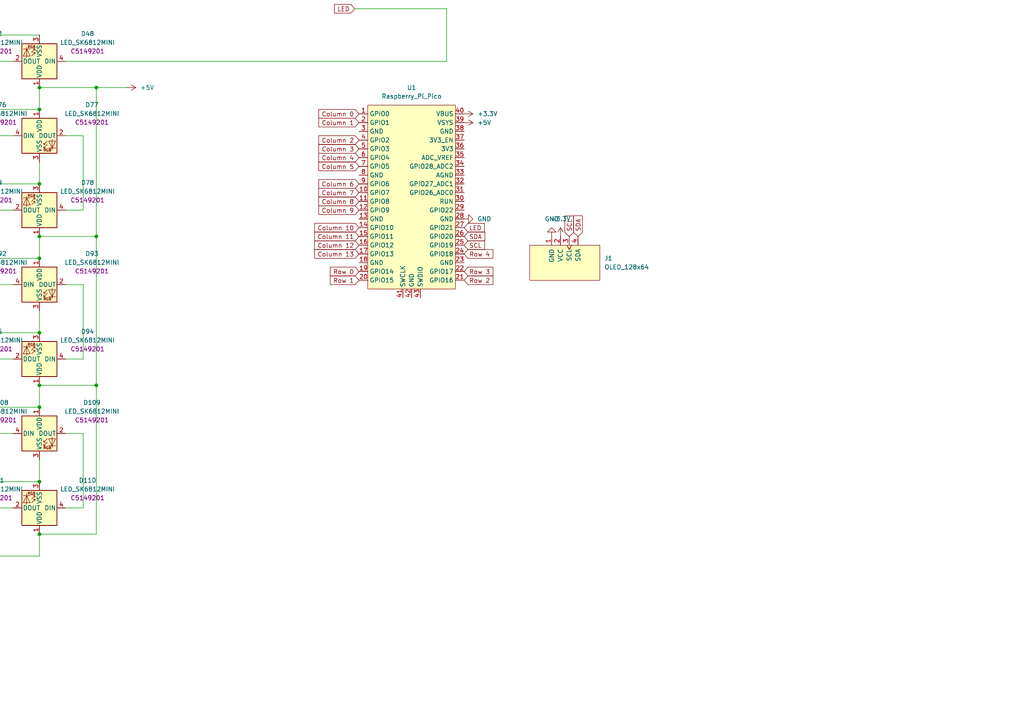
<source format=kicad_sch>
(kicad_sch (version 20250114) (generator "eeschema") (generator_version "9.0")
  (paper "A4")
  (junction (at -55.88 -137.16))
  (junction (at 11.43 111.76))
  (junction (at -30.48 -132.08))
  (junction (at 5.08 -101.6))
  (junction (at -71.12 -114.3))
  (junction (at -91.44 -132.08))
  (junction (at -86.36 -101.6))
  (junction (at -68.58 10.16))
  (junction (at -5.08 -101.6))
  (junction (at -176.53 10.16))
  (junction (at -95.25 53.34))
  (junction (at 10.16 -114.3))
  (junction (at -50.8 -149.86))
  (junction (at -60.96 -149.86))
  (junction (at -15.24 111.76))
  (junction (at -15.24 25.4))
  (junction (at -176.53 90.17))
  (junction (at -30.48 -149.86))
  (junction (at -35.56 -101.6))
  (junction (at -15.24 90.17))
  (junction (at -148.59 74.93))
  (junction (at -148.59 133.35))
  (junction (at -96.52 -83.82))
  (junction (at -5.08 -83.82))
  (junction (at -95.25 161.29))
  (junction (at -96.52 -119.38))
  (junction (at -10.16 -132.08))
  (junction (at -20.32 -114.3))
  (junction (at -95.25 133.35))
  (junction (at -95.25 139.7))
  (junction (at -10.16 -114.3))
  (junction (at -95.25 96.52))
  (junction (at -68.58 90.17))
  (junction (at -121.92 90.17))
  (junction (at -15.24 -119.38))
  (junction (at -148.59 68.58))
  (junction (at -148.59 111.76))
  (junction (at -76.2 -66.04))
  (junction (at -95.25 154.94))
  (junction (at -96.52 -66.04))
  (junction (at -121.92 46.99))
  (junction (at -68.58 133.35))
  (junction (at -45.72 -101.6))
  (junction (at 11.43 154.94))
  (junction (at -111.76 -114.3))
  (junction (at -68.58 25.4))
  (junction (at -15.24 -101.6))
  (junction (at 11.43 25.4))
  (junction (at -176.53 96.52))
  (junction (at -86.36 -66.04))
  (junction (at -41.91 74.93))
  (junction (at 11.43 53.34))
  (junction (at -68.58 118.11))
  (junction (at -15.24 133.35))
  (junction (at -106.68 -119.38))
  (junction (at -176.53 46.99))
  (junction (at -41.91 10.16))
  (junction (at -148.59 118.11))
  (junction (at -86.36 -137.16))
  (junction (at -148.59 161.29))
  (junction (at -106.68 -137.16))
  (junction (at -95.25 10.16))
  (junction (at -15.24 74.93))
  (junction (at 27.94 68.58))
  (junction (at -30.48 -114.3))
  (junction (at -40.64 -149.86))
  (junction (at -35.56 -137.16))
  (junction (at 11.43 68.58))
  (junction (at -41.91 53.34))
  (junction (at -106.68 -66.04))
  (junction (at -176.53 133.35))
  (junction (at -15.24 53.34))
  (junction (at -148.59 31.75))
  (junction (at -81.28 -114.3))
  (junction (at -121.92 161.29))
  (junction (at -121.92 31.75))
  (junction (at 5.08 -66.04))
  (junction (at 0 -96.52))
  (junction (at -208.28 46.99))
  (junction (at -15.24 139.7))
  (junction (at -71.12 -132.08))
  (junction (at -148.59 139.7))
  (junction (at -111.76 -149.86))
  (junction (at -68.58 68.58))
  (junction (at -71.12 -149.86))
  (junction (at -121.92 25.4))
  (junction (at -15.24 118.11))
  (junction (at -148.59 53.34))
  (junction (at -208.28 10.16))
  (junction (at -91.44 -114.3))
  (junction (at -121.92 118.11))
  (junction (at -68.58 31.75))
  (junction (at -25.4 -119.38))
  (junction (at -15.24 96.52))
  (junction (at -81.28 -96.52))
  (junction (at -101.6 -114.3))
  (junction (at -121.92 139.7))
  (junction (at -68.58 53.34))
  (junction (at -68.58 74.93))
  (junction (at -10.16 -96.52))
  (junction (at -95.25 68.58))
  (junction (at -10.16 -149.86))
  (junction (at -41.91 118.11))
  (junction (at -208.28 90.17))
  (junction (at -41.91 25.4))
  (junction (at -95.25 74.93))
  (junction (at -106.68 -83.82))
  (junction (at -45.72 -119.38))
  (junction (at -95.25 118.11))
  (junction (at -41.91 90.17))
  (junction (at -176.53 139.7))
  (junction (at -68.58 139.7))
  (junction (at -41.91 111.76))
  (junction (at -121.92 176.53))
  (junction (at 15.24 -119.38))
  (junction (at -95.25 31.75))
  (junction (at -101.6 -149.86))
  (junction (at -86.36 -83.82))
  (junction (at 0 -114.3))
  (junction (at -41.91 133.35))
  (junction (at -55.88 -119.38))
  (junction (at -176.53 176.53))
  (junction (at -41.91 139.7))
  (junction (at 15.24 -137.16))
  (junction (at -40.64 -132.08))
  (junction (at 10.16 -132.08))
  (junction (at -66.04 -137.16))
  (junction (at 5.08 -119.38))
  (junction (at -95.25 90.17))
  (junction (at -45.72 -137.16))
  (junction (at -148.59 96.52))
  (junction (at -68.58 46.99))
  (junction (at -25.4 -83.82))
  (junction (at -91.44 -149.86))
  (junction (at 11.43 118.11))
  (junction (at -15.24 154.94))
  (junction (at -41.91 31.75))
  (junction (at -111.76 -132.08))
  (junction (at -81.28 -132.08))
  (junction (at -148.59 176.53))
  (junction (at -91.44 -96.52))
  (junction (at -20.32 -96.52))
  (junction (at -148.59 154.94))
  (junction (at -76.2 -137.16))
  (junction (at 0 -149.86))
  (junction (at -121.92 96.52))
  (junction (at 27.94 25.4))
  (junction (at -68.58 96.52))
  (junction (at -101.6 -132.08))
  (junction (at -41.91 96.52))
  (junction (at -95.25 176.53))
  (junction (at -148.59 25.4))
  (junction (at -96.52 -137.16))
  (junction (at -176.53 161.29))
  (junction (at -5.08 -119.38))
  (junction (at -15.24 31.75))
  (junction (at 11.43 139.7))
  (junction (at -15.24 -83.82))
  (junction (at -106.68 -101.6))
  (junction (at -95.25 111.76))
  (junction (at -25.4 -101.6))
  (junction (at -76.2 -101.6))
  (junction (at -25.4 -137.16))
  (junction (at -121.92 74.93))
  (junction (at -15.24 68.58))
  (junction (at -50.8 -114.3))
  (junction (at -121.92 154.94))
  (junction (at -40.64 -114.3))
  (junction (at -96.52 -101.6))
  (junction (at 20.32 -149.86))
  (junction (at -76.2 -83.82))
  (junction (at -176.53 53.34))
  (junction (at -208.28 133.35))
  (junction (at -50.8 -132.08))
  (junction (at -66.04 -83.82))
  (junction (at 0 -132.08))
  (junction (at -55.88 -101.6))
  (junction (at -121.92 133.35))
  (junction (at -66.04 -101.6))
  (junction (at -41.91 154.94))
  (junction (at -68.58 161.29))
  (junction (at -35.56 -83.82))
  (junction (at 11.43 96.52))
  (junction (at -176.53 118.11))
  (junction (at -20.32 -149.86))
  (junction (at -121.92 10.16))
  (junction (at -95.25 46.99))
  (junction (at -15.24 -66.04))
  (junction (at 5.08 -137.16))
  (junction (at -55.88 -83.82))
  (junction (at -5.08 -137.16))
  (junction (at -148.59 90.17))
  (junction (at -95.25 25.4))
  (junction (at -68.58 111.76))
  (junction (at -15.24 -137.16))
  (junction (at -35.56 -119.38))
  (junction (at -41.91 46.99))
  (junction (at -111.76 -96.52))
  (junction (at -121.92 68.58))
  (junction (at 27.94 111.76))
  (junction (at -15.24 46.99))
  (junction (at -176.53 74.93))
  (junction (at -68.58 154.94))
  (junction (at 11.43 31.75))
  (junction (at -20.32 -132.08))
  (junction (at -60.96 -132.08))
  (junction (at -81.28 -149.86))
  (junction (at -5.08 -66.04))
  (junction (at -66.04 -119.38))
  (junction (at -15.24 10.16))
  (junction (at -41.91 68.58))
  (junction (at -45.72 -83.82))
  (junction (at -121.92 111.76))
  (junction (at 10.16 -149.86))
  (junction (at 11.43 74.93))
  (junction (at -60.96 -114.3))
  (junction (at -101.6 -96.52))
  (junction (at -148.59 10.16))
  (junction (at -76.2 -119.38))
  (junction (at -121.92 53.34))
  (junction (at -176.53 31.75))
  (junction (at -86.36 -119.38))
  (junction (at -148.59 46.99))
  (wire (pts (xy -60.96 125.73) (xy -49.53 125.73)))
  (wire (pts (xy -148.59 161.29) (xy -148.59 154.94)))
  (wire (pts (xy -30.48 -149.86) (xy -30.48 -132.08)))
  (wire (pts (xy -25.4 -119.38) (xy -15.24 -119.38)))
  (wire (pts (xy -106.68 -101.6) (xy -96.52 -101.6)))
  (wire (pts (xy -195.58 82.55) (xy -184.15 82.55)))
  (wire (pts (xy -121.92 96.52) (xy -95.25 96.52)))
  (wire (pts (xy -76.2 -119.38) (xy -66.04 -119.38)))
  (wire (pts (xy -124.46 -137.16) (xy -106.68 -137.16)))
  (wire (pts (xy -148.59 46.99) (xy -121.92 46.99)))
  (wire (pts (xy -168.91 60.96) (xy -156.21 60.96)))
  (wire (pts (xy -68.58 154.94) (xy -68.58 161.29)))
  (wire (pts (xy -184.15 104.14) (xy -195.58 104.14)))
  (wire (pts (xy -95.25 74.93) (xy -95.25 68.58)))
  (wire (pts (xy -114.3 168.91) (xy -102.87 168.91)))
  (wire (pts (xy -45.72 -137.16) (xy -35.56 -137.16)))
  (wire (pts (xy -41.91 25.4) (xy -15.24 25.4)))
  (wire (pts (xy -101.6 -114.3) (xy -101.6 -96.52)))
  (wire (pts (xy -121.92 176.53) (xy -95.25 176.53)))
  (wire (pts (xy -106.68 -83.82) (xy -96.52 -83.82)))
  (wire (pts (xy -68.58 90.17) (xy -68.58 96.52)))
  (wire (pts (xy -25.4 -101.6) (xy -15.24 -101.6)))
  (wire (pts (xy -168.91 104.14) (xy -156.21 104.14)))
  (wire (pts (xy -5.08 -101.6) (xy 5.08 -101.6)))
  (wire (pts (xy 19.05 17.78) (xy 129.54 17.78)))
  (wire (pts (xy -168.91 168.91) (xy -156.21 168.91)))
  (wire (pts (xy -81.28 -162.56) (xy -81.28 -149.86)))
  (wire (pts (xy -140.97 147.32) (xy -129.54 147.32)))
  (wire (pts (xy -7.62 82.55) (xy 3.81 82.55)))
  (wire (pts (xy -15.24 46.99) (xy -15.24 53.34)))
  (wire (pts (xy -184.15 60.96) (xy -195.58 60.96)))
  (wire (pts (xy -35.56 -137.16) (xy -25.4 -137.16)))
  (wire (pts (xy -114.3 125.73) (xy -102.87 125.73)))
  (wire (pts (xy -15.24 31.75) (xy 11.43 31.75)))
  (wire (pts (xy 24.13 82.55) (xy 19.05 82.55)))
  (wire (pts (xy -111.76 -96.52) (xy -111.76 -78.74)))
  (wire (pts (xy -34.29 17.78) (xy -22.86 17.78)))
  (wire (pts (xy -114.3 39.37) (xy -102.87 39.37)))
  (wire (pts (xy -60.96 82.55) (xy -49.53 82.55)))
  (wire (pts (xy -208.28 133.35) (xy -208.28 176.53)))
  (wire (pts (xy -45.72 -101.6) (xy -35.56 -101.6)))
  (wire (pts (xy -10.16 -149.86) (xy -10.16 -132.08)))
  (wire (pts (xy -176.53 68.58) (xy -176.53 74.93)))
  (wire (pts (xy -60.96 147.32) (xy -49.53 147.32)))
  (wire (pts (xy -87.63 39.37) (xy -76.2 39.37)))
  (wire (pts (xy -176.53 161.29) (xy -148.59 161.29)))
  (wire (pts (xy 27.94 68.58) (xy 27.94 111.76)))
  (wire (pts (xy -95.25 68.58) (xy -68.58 68.58)))
  (wire (pts (xy -34.29 147.32) (xy -22.86 147.32)))
  (wire (pts (xy -176.53 154.94) (xy -176.53 161.29)))
  (wire (pts (xy -40.64 -162.56) (xy -40.64 -149.86)))
  (wire (pts (xy -168.91 39.37) (xy -156.21 39.37)))
  (wire (pts (xy -87.63 147.32) (xy -76.2 147.32)))
  (wire (pts (xy -148.59 176.53) (xy -121.92 176.53)))
  (wire (pts (xy -91.44 -96.52) (xy -91.44 -78.74)))
  (wire (pts (xy -34.29 125.73) (xy -22.86 125.73)))
  (wire (pts (xy -121.92 133.35) (xy -121.92 139.7)))
  (wire (pts (xy -20.32 -114.3) (xy -20.32 -96.52)))
  (wire (pts (xy 27.94 25.4) (xy 27.94 68.58)))
  (wire (pts (xy -148.59 133.35) (xy -121.92 133.35)))
  (wire (pts (xy -176.53 10.16) (xy -148.59 10.16)))
  (wire (pts (xy -15.24 74.93) (xy 11.43 74.93)))
  (wire (pts (xy -10.16 -132.08) (xy -10.16 -114.3)))
  (wire (pts (xy -34.29 104.14) (xy -22.86 104.14)))
  (wire (pts (xy -195.58 147.32) (xy -195.58 168.91)))
  (wire (pts (xy -121.92 74.93) (xy -95.25 74.93)))
  (wire (pts (xy -55.88 -83.82) (xy -45.72 -83.82)))
  (wire (pts (xy -140.97 125.73) (xy -129.54 125.73)))
  (wire (pts (xy -95.25 176.53) (xy -68.58 176.53)))
  (wire (pts (xy -208.28 10.16) (xy -176.53 10.16)))
  (wire (pts (xy -15.24 139.7) (xy 11.43 139.7)))
  (wire (pts (xy -41.91 118.11) (xy -41.91 111.76)))
  (wire (pts (xy 24.13 104.14) (xy 24.13 82.55)))
  (wire (pts (xy -41.91 74.93) (xy -41.91 68.58)))
  (wire (pts (xy 10.16 -114.3) (xy 10.16 -78.74)))
  (wire (pts (xy -96.52 -137.16) (xy -86.36 -137.16)))
  (wire (pts (xy -101.6 -162.56) (xy -101.6 -149.86)))
  (wire (pts (xy -176.53 133.35) (xy -208.28 133.35)))
  (wire (pts (xy -30.48 -114.3) (xy -30.48 -96.52)))
  (wire (pts (xy -15.24 133.35) (xy -15.24 139.7)))
  (wire (pts (xy -208.28 90.17) (xy -176.53 90.17)))
  (wire (pts (xy -121.92 161.29) (xy -95.25 161.29)))
  (wire (pts (xy -55.88 -101.6) (xy -45.72 -101.6)))
  (wire (pts (xy -41.91 139.7) (xy -41.91 133.35)))
  (wire (pts (xy 27.94 154.94) (xy 11.43 154.94)))
  (wire (pts (xy -81.28 -96.52) (xy -81.28 -78.74)))
  (wire (pts (xy -208.28 176.53) (xy -176.53 176.53)))
  (wire (pts (xy 19.05 104.14) (xy 24.13 104.14)))
  (wire (pts (xy 102.87 2.54) (xy 129.54 2.54)))
  (wire (pts (xy -5.08 -66.04) (xy 5.08 -66.04)))
  (wire (pts (xy -81.28 -114.3) (xy -81.28 -96.52)))
  (wire (pts (xy -35.56 -101.6) (xy -25.4 -101.6)))
  (wire (pts (xy -124.46 -66.04) (xy -106.68 -66.04)))
  (wire (pts (xy 0 -114.3) (xy 0 -96.52)))
  (wire (pts (xy -176.53 90.17) (xy -176.53 96.52)))
  (wire (pts (xy -195.58 17.78) (xy -195.58 39.37)))
  (wire (pts (xy -95.25 53.34) (xy -95.25 46.99)))
  (wire (pts (xy -66.04 -119.38) (xy -55.88 -119.38)))
  (wire (pts (xy -87.63 125.73) (xy -76.2 125.73)))
  (wire (pts (xy -208.28 90.17) (xy -208.28 46.99)))
  (wire (pts (xy -148.59 111.76) (xy -121.92 111.76)))
  (wire (pts (xy 19.05 39.37) (xy 24.13 39.37)))
  (wire (pts (xy -68.58 53.34) (xy -41.91 53.34)))
  (wire (pts (xy -68.58 96.52) (xy -41.91 96.52)))
  (wire (pts (xy -111.76 -114.3) (xy -111.76 -96.52)))
  (wire (pts (xy -50.8 -114.3) (xy -50.8 -96.52)))
  (wire (pts (xy -95.25 25.4) (xy -68.58 25.4)))
  (wire (pts (xy -95.25 90.17) (xy -68.58 90.17)))
  (wire (pts (xy -140.97 39.37) (xy -129.54 39.37)))
  (wire (pts (xy -184.15 147.32) (xy -195.58 147.32)))
  (wire (pts (xy -15.24 118.11) (xy 11.43 118.11)))
  (wire (pts (xy -41.91 10.16) (xy -15.24 10.16)))
  (wire (pts (xy -68.58 133.35) (xy -68.58 139.7)))
  (wire (pts (xy -101.6 -149.86) (xy -101.6 -132.08)))
  (wire (pts (xy -95.25 161.29) (xy -95.25 154.94)))
  (wire (pts (xy 11.43 68.58) (xy 11.43 74.93)))
  (wire (pts (xy -15.24 53.34) (xy 11.43 53.34)))
  (wire (pts (xy -60.96 -132.08) (xy -60.96 -114.3)))
  (wire (pts (xy -121.92 154.94) (xy -121.92 161.29)))
  (wire (pts (xy -76.2 -66.04) (xy -15.24 -66.04)))
  (wire (pts (xy -41.91 31.75) (xy -41.91 25.4)))
  (wire (pts (xy -41.91 161.29) (xy -41.91 154.94)))
  (wire (pts (xy -101.6 -132.08) (xy -101.6 -114.3)))
  (wire (pts (xy -87.63 104.14) (xy -76.2 104.14)))
  (wire (pts (xy -7.62 147.32) (xy 3.81 147.32)))
  (wire (pts (xy 20.32 -162.56) (xy 20.32 -149.86)))
  (wire (pts (xy -168.91 125.73) (xy -156.21 125.73)))
  (wire (pts (xy -106.68 -66.04) (xy -96.52 -66.04)))
  (wire (pts (xy -124.46 -119.38) (xy -106.68 -119.38)))
  (wire (pts (xy -148.59 10.16) (xy -121.92 10.16)))
  (wire (pts (xy -148.59 96.52) (xy -148.59 90.17)))
  (wire (pts (xy -95.25 118.11) (xy -95.25 111.76)))
  (wire (pts (xy -20.32 -132.08) (xy -20.32 -114.3)))
  (wire (pts (xy -66.04 -101.6) (xy -55.88 -101.6)))
  (wire (pts (xy -111.76 -149.86) (xy -111.76 -132.08)))
  (wire (pts (xy -195.58 39.37) (xy -184.15 39.37)))
  (wire (pts (xy -233.68 10.16) (xy -208.28 10.16)))
  (wire (pts (xy 0 -149.86) (xy 0 -132.08)))
  (wire (pts (xy -34.29 60.96) (xy -22.86 60.96)))
  (wire (pts (xy -87.63 17.78) (xy -76.2 17.78)))
  (wire (pts (xy -66.04 -83.82) (xy -55.88 -83.82)))
  (wire (pts (xy -124.46 -83.82) (xy -106.68 -83.82)))
  (wire (pts (xy -121.92 10.16) (xy -95.25 10.16)))
  (wire (pts (xy -140.97 60.96) (xy -129.54 60.96)))
  (wire (pts (xy -114.3 104.14) (xy -102.87 104.14)))
  (wire (pts (xy -55.88 -137.16) (xy -45.72 -137.16)))
  (wire (pts (xy -121.92 53.34) (xy -95.25 53.34)))
  (wire (pts (xy -148.59 118.11) (xy -148.59 111.76)))
  (wire (pts (xy -114.3 17.78) (xy -102.87 17.78)))
  (wire (pts (xy 19.05 125.73) (xy 24.13 125.73)))
  (wire (pts (xy -35.56 -119.38) (xy -25.4 -119.38)))
  (wire (pts (xy -71.12 -114.3) (xy -71.12 -96.52)))
  (wire (pts (xy -60.96 -162.56) (xy -60.96 -149.86)))
  (wire (pts (xy -66.04 -137.16) (xy -55.88 -137.16)))
  (wire (pts (xy -68.58 46.99) (xy -68.58 53.34)))
  (wire (pts (xy -208.28 133.35) (xy -208.28 90.17)))
  (wire (pts (xy -95.25 31.75) (xy -95.25 25.4)))
  (wire (pts (xy -176.53 96.52) (xy -148.59 96.52)))
  (wire (pts (xy -10.16 -114.3) (xy -10.16 -96.52)))
  (wire (pts (xy -15.24 -137.16) (xy -5.08 -137.16)))
  (wire (pts (xy -168.91 147.32) (xy -156.21 147.32)))
  (wire (pts (xy -96.52 -66.04) (xy -86.36 -66.04)))
  (wire (pts (xy -68.58 118.11) (xy -41.91 118.11)))
  (wire (pts (xy -106.68 -119.38) (xy -96.52 -119.38)))
  (wire (pts (xy 24.13 39.37) (xy 24.13 60.96)))
  (wire (pts (xy 15.24 -137.16) (xy 25.4 -137.16)))
  (wire (pts (xy -195.58 104.14) (xy -195.58 125.73)))
  (wire (pts (xy -68.58 10.16) (xy -41.91 10.16)))
  (wire (pts (xy -60.96 60.96) (xy -49.53 60.96)))
  (wire (pts (xy -95.25 46.99) (xy -68.58 46.99)))
  (wire (pts (xy -60.96 39.37) (xy -49.53 39.37)))
  (wire (pts (xy -68.58 161.29) (xy -41.91 161.29)))
  (wire (pts (xy -121.92 25.4) (xy -121.92 31.75)))
  (wire (pts (xy -168.91 17.78) (xy -156.21 17.78)))
  (wire (pts (xy -91.44 -114.3) (xy -91.44 -96.52)))
  (wire (pts (xy -111.76 -162.56) (xy -111.76 -149.86)))
  (wire (pts (xy -195.58 60.96) (xy -195.58 82.55)))
  (wire (pts (xy -15.24 111.76) (xy -15.24 118.11)))
  (wire (pts (xy 0 -132.08) (xy 0 -114.3)))
  (wire (pts (xy -41.91 96.52) (xy -41.91 90.17)))
  (wire (pts (xy -148.59 68.58) (xy -121.92 68.58)))
  (wire (pts (xy -95.25 10.16) (xy -68.58 10.16)))
  (wire (pts (xy -15.24 161.29) (xy 11.43 161.29)))
  (wire (pts (xy -71.12 -149.86) (xy -71.12 -132.08)))
  (wire (pts (xy -68.58 25.4) (xy -68.58 31.75)))
  (wire (pts (xy -140.97 104.14) (xy -129.54 104.14)))
  (wire (pts (xy -20.32 -162.56) (xy -20.32 -149.86)))
  (wire (pts (xy -15.24 -66.04) (xy -5.08 -66.04)))
  (wire (pts (xy -50.8 -162.56) (xy -50.8 -149.86)))
  (wire (pts (xy -50.8 -132.08) (xy -50.8 -114.3)))
  (wire (pts (xy -140.97 82.55) (xy -129.54 82.55)))
  (wire (pts (xy -60.96 -149.86) (xy -60.96 -132.08)))
  (wire (pts (xy -176.53 139.7) (xy -148.59 139.7)))
  (wire (pts (xy -176.53 133.35) (xy -176.53 139.7)))
  (wire (pts (xy -41.91 68.58) (xy -15.24 68.58)))
  (wire (pts (xy -41.91 111.76) (xy -15.24 111.76)))
  (wire (pts (xy -140.97 17.78) (xy -129.54 17.78)))
  (wire (pts (xy -40.64 -149.86) (xy -40.64 -132.08)))
  (wire (pts (xy -148.59 31.75) (xy -148.59 25.4)))
  (wire (pts (xy 15.24 -119.38) (xy 25.4 -119.38)))
  (wire (pts (xy -86.36 -101.6) (xy -76.2 -101.6)))
  (wire (pts (xy -15.24 -83.82) (xy -5.08 -83.82)))
  (wire (pts (xy -15.24 68.58) (xy -15.24 74.93)))
  (wire (pts (xy -71.12 -162.56) (xy -71.12 -149.86)))
  (wire (pts (xy 5.08 -66.04) (xy 15.24 -66.04)))
  (wire (pts (xy 0 -162.56) (xy 0 -149.86)))
  (wire (pts (xy -148.59 139.7) (xy -148.59 133.35)))
  (wire (pts (xy -195.58 125.73) (xy -184.15 125.73)))
  (wire (pts (xy -15.24 -119.38) (xy -5.08 -119.38)))
  (wire (pts (xy -140.97 168.91) (xy -129.54 168.91)))
  (wire (pts (xy -68.58 111.76) (xy -68.58 118.11)))
  (wire (pts (xy -5.08 -83.82) (xy 5.08 -83.82)))
  (wire (pts (xy -7.62 104.14) (xy 3.81 104.14)))
  (wire (pts (xy -208.28 46.99) (xy -208.28 10.16)))
  (wire (pts (xy -121.92 111.76) (xy -121.92 118.11)))
  (wire (pts (xy -176.53 31.75) (xy -148.59 31.75)))
  (wire (pts (xy -148.59 74.93) (xy -148.59 68.58)))
  (wire (pts (xy -176.53 176.53) (xy -148.59 176.53)))
  (wire (pts (xy 11.43 46.99) (xy 11.43 53.34)))
  (wire (pts (xy -7.62 17.78) (xy 3.81 17.78)))
  (wire (pts (xy -41.91 133.35) (xy -15.24 133.35)))
  (wire (pts (xy 20.32 -149.86) (xy 20.32 -132.08)))
  (wire (pts (xy -87.63 168.91) (xy -76.2 168.91)))
  (wire (pts (xy -114.3 82.55) (xy -102.87 82.55)))
  (wire (pts (xy -10.16 -96.52) (xy -10.16 -78.74)))
  (wire (pts (xy -121.92 139.7) (xy -95.25 139.7)))
  (wire (pts (xy -60.96 17.78) (xy -49.53 17.78)))
  (wire (pts (xy 129.54 17.78) (xy 129.54 2.54)))
  (wire (pts (xy -7.62 39.37) (xy 3.81 39.37)))
  (wire (pts (xy 5.08 -137.16) (xy 15.24 -137.16)))
  (wire (pts (xy -148.59 154.94) (xy -121.92 154.94)))
  (wire (pts (xy -55.88 -119.38) (xy -45.72 -119.38)))
  (wire (pts (xy 27.94 111.76) (xy 27.94 154.94)))
  (wire (pts (xy -15.24 90.17) (xy -15.24 96.52)))
  (wire (pts (xy -176.53 46.99) (xy -176.53 53.34)))
  (wire (pts (xy 27.94 25.4) (xy 11.43 25.4)))
  (wire (pts (xy -68.58 68.58) (xy -68.58 74.93)))
  (wire (pts (xy -95.25 96.52) (xy -95.25 90.17)))
  (wire (pts (xy -50.8 -149.86) (xy -50.8 -132.08)))
  (wire (pts (xy -101.6 -96.52) (xy -101.6 -78.74)))
  (wire (pts (xy 24.13 60.96) (xy 19.05 60.96)))
  (wire (pts (xy 24.13 147.32) (xy 19.05 147.32)))
  (wire (pts (xy -91.44 -149.86) (xy -91.44 -132.08)))
  (wire (pts (xy -30.48 -162.56) (xy -30.48 -149.86)))
  (wire (pts (xy -86.36 -119.38) (xy -76.2 -119.38)))
  (wire (pts (xy -68.58 31.75) (xy -41.91 31.75)))
  (wire (pts (xy -76.2 -101.6) (xy -66.04 -101.6)))
  (wire (pts (xy -5.08 -119.38) (xy 5.08 -119.38)))
  (wire (pts (xy -10.16 -162.56) (xy -10.16 -149.86)))
  (wire (pts (xy -25.4 -83.82) (xy -15.24 -83.82)))
  (wire (pts (xy -95.25 139.7) (xy -95.25 133.35)))
  (wire (pts (xy -95.25 154.94) (xy -68.58 154.94)))
  (wire (pts (xy -121.92 90.17) (xy -121.92 96.52)))
  (wire (pts (xy -176.53 53.34) (xy -148.59 53.34)))
  (wire (pts (xy -76.2 -137.16) (xy -66.04 -137.16)))
  (wire (pts (xy 5.08 -119.38) (xy 15.24 -119.38)))
  (wire (pts (xy -81.28 -132.08) (xy -81.28 -114.3)))
  (wire (pts (xy -96.52 -119.38) (xy -86.36 -119.38)))
  (wire (pts (xy -148.59 90.17) (xy -121.92 90.17)))
  (wire (pts (xy -45.72 -119.38) (xy -35.56 -119.38)))
  (wire (pts (xy 27.94 68.58) (xy 11.43 68.58)))
  (wire (pts (xy -30.48 -132.08) (xy -30.48 -114.3)))
  (wire (pts (xy -91.44 -132.08) (xy -91.44 -114.3)))
  (wire (pts (xy -121.92 68.58) (xy -121.92 74.93)))
  (wire (pts (xy -41.91 46.99) (xy -15.24 46.99)))
  (wire (pts (xy -60.96 -114.3) (xy -60.96 -96.52)))
  (wire (pts (xy -34.29 39.37) (xy -22.86 39.37)))
  (wire (pts (xy -81.28 -149.86) (xy -81.28 -132.08)))
  (wire (pts (xy -20.32 -96.52) (xy -20.32 -78.74)))
  (wire (pts (xy -41.91 53.34) (xy -41.91 46.99)))
  (wire (pts (xy -41.91 154.94) (xy -15.24 154.94)))
  (wire (pts (xy -68.58 139.7) (xy -41.91 139.7)))
  (wire (pts (xy -76.2 -83.82) (xy -66.04 -83.82)))
  (wire (pts (xy 10.16 -162.56) (xy 10.16 -149.86)))
  (wire (pts (xy -124.46 -101.6) (xy -106.68 -101.6)))
  (wire (pts (xy -86.36 -66.04) (xy -76.2 -66.04)))
  (wire (pts (xy -148.59 53.34) (xy -148.59 46.99)))
  (wire (pts (xy -7.62 60.96) (xy 3.81 60.96)))
  (wire (pts (xy -111.76 -132.08) (xy -111.76 -114.3)))
  (wire (pts (xy -40.64 -132.08) (xy -40.64 -114.3)))
  (wire (pts (xy -95.25 111.76) (xy -68.58 111.76)))
  (wire (pts (xy -25.4 -137.16) (xy -15.24 -137.16)))
  (wire (pts (xy -5.08 -137.16) (xy 5.08 -137.16)))
  (wire (pts (xy -114.3 147.32) (xy -102.87 147.32)))
  (wire (pts (xy -45.72 -83.82) (xy -35.56 -83.82)))
  (wire (pts (xy -95.25 133.35) (xy -68.58 133.35)))
  (wire (pts (xy -184.15 17.78) (xy -195.58 17.78)))
  (wire (pts (xy -176.53 46.99) (xy -208.28 46.99)))
  (wire (pts (xy -176.53 74.93) (xy -148.59 74.93)))
  (wire (pts (xy -87.63 60.96) (xy -76.2 60.96)))
  (wire (pts (xy 11.43 111.76) (xy 11.43 118.11)))
  (wire (pts (xy 11.43 154.94) (xy 11.43 161.29)))
  (wire (pts (xy -176.53 118.11) (xy -148.59 118.11)))
  (wire (pts (xy -40.64 -114.3) (xy -40.64 -96.52)))
  (wire (pts (xy -15.24 96.52) (xy 11.43 96.52)))
  (wire (pts (xy -121.92 31.75) (xy -95.25 31.75)))
  (wire (pts (xy 5.08 -101.6) (xy 15.24 -101.6)))
  (wire (pts (xy 11.43 133.35) (xy 11.43 139.7)))
  (wire (pts (xy -168.91 82.55) (xy -156.21 82.55)))
  (wire (pts (xy -121.92 46.99) (xy -121.92 53.34)))
  (wire (pts (xy 11.43 90.17) (xy 11.43 96.52)))
  (wire (pts (xy -106.68 -137.16) (xy -96.52 -137.16)))
  (wire (pts (xy -15.24 -101.6) (xy -5.08 -101.6)))
  (wire (pts (xy -114.3 60.96) (xy -102.87 60.96)))
  (wire (pts (xy -87.63 82.55) (xy -76.2 82.55)))
  (wire (pts (xy 27.94 111.76) (xy 11.43 111.76)))
  (wire (pts (xy -86.36 -83.82) (xy -76.2 -83.82)))
  (wire (pts (xy -176.53 111.76) (xy -176.53 118.11)))
  (wire (pts (xy -195.58 168.91) (xy -184.15 168.91)))
  (wire (pts (xy 24.13 125.73) (xy 24.13 147.32)))
  (wire (pts (xy -20.32 -149.86) (xy -20.32 -132.08)))
  (wire (pts (xy -91.44 -162.56) (xy -91.44 -149.86)))
  (wire (pts (xy 0 -96.52) (xy 0 -78.74)))
  (wire (pts (xy -176.53 25.4) (xy -176.53 31.75)))
  (wire (pts (xy 36.83 25.4) (xy 27.94 25.4)))
  (wire (pts (xy -68.58 74.93) (xy -41.91 74.93)))
  (wire (pts (xy -96.52 -83.82) (xy -86.36 -83.82)))
  (wire (pts (xy -15.24 10.16) (xy 11.43 10.16)))
  (wire (pts (xy -15.24 25.4) (xy -15.24 31.75)))
  (wire (pts (xy -86.36 -137.16) (xy -76.2 -137.16)))
  (wire (pts (xy 10.16 -132.08) (xy 10.16 -114.3)))
  (wire (pts (xy -148.59 25.4) (xy -121.92 25.4)))
  (wire (pts (xy -41.91 90.17) (xy -15.24 90.17)))
  (wire (pts (xy -34.29 82.55) (xy -22.86 82.55)))
  (wire (pts (xy -60.96 104.14) (xy -49.53 104.14)))
  (wire (pts (xy -96.52 -101.6) (xy -86.36 -101.6)))
  (wire (pts (xy -7.62 125.73) (xy 3.81 125.73)))
  (wire (pts (xy 10.16 -149.86) (xy 10.16 -132.08)))
  (wire (pts (xy 11.43 25.4) (xy 11.43 31.75)))
  (wire (pts (xy -15.24 154.94) (xy -15.24 161.29)))
  (wire (pts (xy -35.56 -83.82) (xy -25.4 -83.82)))
  (wire (pts (xy -71.12 -132.08) (xy -71.12 -114.3)))
  (wire (pts (xy -121.92 118.11) (xy -95.25 118.11)))
  (global_label "Column 5" (shape input) (at 104.14 48.26 180) (property "Intersheetrefs" "${INTERSHEET_REFS}" (effects (hide yes))))
  (global_label "Column 11" (shape input) (at 0 -162.56 90) (property "Intersheetrefs" "${INTERSHEET_REFS}" (effects (hide yes))))
  (global_label "Column 2" (shape input) (at 104.14 40.64 180) (property "Intersheetrefs" "${INTERSHEET_REFS}" (effects (hide yes))))
  (global_label "Column 9" (shape input) (at 104.14 60.96 180) (property "Intersheetrefs" "${INTERSHEET_REFS}" (effects (hide yes))))
  (global_label "Column 13" (shape input) (at 104.14 73.66 180) (property "Intersheetrefs" "${INTERSHEET_REFS}" (effects (hide yes))))
  (global_label "Column 12" (shape input) (at 104.14 71.12 180) (property "Intersheetrefs" "${INTERSHEET_REFS}" (effects (hide yes))))
  (global_label "Column 0" (shape input) (at 104.14 33.02 180) (property "Intersheetrefs" "${INTERSHEET_REFS}" (effects (hide yes))))
  (global_label "Row 1" (shape input) (at 104.14 81.28 180) (property "Intersheetrefs" "${INTERSHEET_REFS}" (effects (hide yes))))
  (global_label "LED" (shape input) (at 102.87 2.54 180) (property "Intersheetrefs" "${INTERSHEET_REFS}" (effects (hide yes))))
  (global_label "SCL" (shape input) (at 134.62 71.12 0) (property "Intersheetrefs" "${INTERSHEET_REFS}" (effects (hide yes))))
  (global_label "Column 0" (shape input) (at -111.76 -162.56 90) (property "Intersheetrefs" "${INTERSHEET_REFS}" (effects (hide yes))))
  (global_label "Row 1" (shape input) (at -124.46 -119.38 180) (property "Intersheetrefs" "${INTERSHEET_REFS}" (effects (hide yes))))
  (global_label "Row 3" (shape input) (at -124.46 -83.82 180) (property "Intersheetrefs" "${INTERSHEET_REFS}" (effects (hide yes))))
  (global_label "SDA" (shape input) (at 134.62 68.58 0) (property "Intersheetrefs" "${INTERSHEET_REFS}" (effects (hide yes))))
  (global_label "Column 8" (shape input) (at 104.14 58.42 180) (property "Intersheetrefs" "${INTERSHEET_REFS}" (effects (hide yes))))
  (global_label "Column 9" (shape input) (at -20.32 -162.56 90) (property "Intersheetrefs" "${INTERSHEET_REFS}" (effects (hide yes))))
  (global_label "Row 0" (shape input) (at 104.14 78.74 180) (property "Intersheetrefs" "${INTERSHEET_REFS}" (effects (hide yes))))
  (global_label "Column 5" (shape input) (at -60.96 -162.56 90) (property "Intersheetrefs" "${INTERSHEET_REFS}" (effects (hide yes))))
  (global_label "Column 12" (shape input) (at 10.16 -162.56 90) (property "Intersheetrefs" "${INTERSHEET_REFS}" (effects (hide yes))))
  (global_label "Column 1" (shape input) (at 104.14 35.56 180) (property "Intersheetrefs" "${INTERSHEET_REFS}" (effects (hide yes))))
  (global_label "Column 8" (shape input) (at -30.48 -162.56 90) (property "Intersheetrefs" "${INTERSHEET_REFS}" (effects (hide yes))))
  (global_label "LED" (shape input) (at 134.62 66.04 0) (property "Intersheetrefs" "${INTERSHEET_REFS}" (effects (hide yes))))
  (global_label "Row 2" (shape input) (at 134.62 81.28 0) (property "Intersheetrefs" "${INTERSHEET_REFS}" (effects (hide yes))))
  (global_label "Column 7" (shape input) (at 104.14 55.88 180) (property "Intersheetrefs" "${INTERSHEET_REFS}" (effects (hide yes))))
  (global_label "Column 4" (shape input) (at 104.14 45.72 180) (property "Intersheetrefs" "${INTERSHEET_REFS}" (effects (hide yes))))
  (global_label "Row 3" (shape input) (at 134.62 78.74 0) (property "Intersheetrefs" "${INTERSHEET_REFS}" (effects (hide yes))))
  (global_label "Column 4" (shape input) (at -71.12 -162.56 90) (property "Intersheetrefs" "${INTERSHEET_REFS}" (effects (hide yes))))
  (global_label "Row 0" (shape input) (at -124.46 -137.16 180) (property "Intersheetrefs" "${INTERSHEET_REFS}" (effects (hide yes))))
  (global_label "Row 4" (shape input) (at -124.46 -66.04 180) (property "Intersheetrefs" "${INTERSHEET_REFS}" (effects (hide yes))))
  (global_label "Column 7" (shape input) (at -40.64 -162.56 90) (property "Intersheetrefs" "${INTERSHEET_REFS}" (effects (hide yes))))
  (global_label "Column 3" (shape input) (at -81.28 -162.56 90) (property "Intersheetrefs" "${INTERSHEET_REFS}" (effects (hide yes))))
  (global_label "Column 6" (shape input) (at 104.14 53.34 180) (property "Intersheetrefs" "${INTERSHEET_REFS}" (effects (hide yes))))
  (global_label "Row 4" (shape input) (at 134.62 73.66 0) (property "Intersheetrefs" "${INTERSHEET_REFS}" (effects (hide yes))))
  (global_label "SCL" (shape input) (at 165.1 68.58 90) (property "Intersheetrefs" "${INTERSHEET_REFS}" (effects (hide yes))))
  (global_label "Column 10" (shape input) (at 104.14 66.04 180) (property "Intersheetrefs" "${INTERSHEET_REFS}" (effects (hide yes))))
  (global_label "Column 2" (shape input) (at -91.44 -162.56 90) (property "Intersheetrefs" "${INTERSHEET_REFS}" (effects (hide yes))))
  (global_label "Column 11" (shape input) (at 104.14 68.58 180) (property "Intersheetrefs" "${INTERSHEET_REFS}" (effects (hide yes))))
  (global_label "Column 3" (shape input) (at 104.14 43.18 180) (property "Intersheetrefs" "${INTERSHEET_REFS}" (effects (hide yes))))
  (global_label "Column 10" (shape input) (at -10.16 -162.56 90) (property "Intersheetrefs" "${INTERSHEET_REFS}" (effects (hide yes))))
  (global_label "Column 1" (shape input) (at -101.6 -162.56 90) (property "Intersheetrefs" "${INTERSHEET_REFS}" (effects (hide yes))))
  (global_label "Column 13" (shape input) (at 20.32 -162.56 90) (property "Intersheetrefs" "${INTERSHEET_REFS}" (effects (hide yes))))
  (global_label "Row 2" (shape input) (at -124.46 -101.6 180) (property "Intersheetrefs" "${INTERSHEET_REFS}" (effects (hide yes))))
  (global_label "SDA" (shape input) (at 167.64 68.58 90) (property "Intersheetrefs" "${INTERSHEET_REFS}" (effects (hide yes))))
  (global_label "Column 6" (shape input) (at -50.8 -162.56 90) (property "Intersheetrefs" "${INTERSHEET_REFS}" (effects (hide yes))))
  (symbol (lib_id "ScottoKeebs:Placeholder_Keyswitch") (at -109.22 -93.98 0) (unit 1)
    (property "Reference" "S42" (at -109.22 -100.33 0))
    (property "Value" "Keyswitch" (at -109.22 -97.79 0))
    (property "Footprint" "ScottoKeebs_MX:MX_PCB_1.00u" (effects (hide yes)))
    (property "Description" "Push button switch, normally open, two pins, 45° tilted" (effects (hide yes)))
  )
  (symbol (lib_id "ScottoKeebs:Placeholder_Diode") (at -66.04 -123.19 90) (unit 1)
    (property "Reference" "D19" (at -63.5 -124.4601 90) (effects (justify right)))
    (property "Value" "Diode" (at -63.5 -121.9201 90) (effects (justify right)))
    (property "Footprint" "ScottoKeebs_Components:Diode_DO-35" (effects (hide yes)))
    (property "Description" "1N4148 (DO-35) or 1N4148W (SOD-123)" (effects (hide yes)))
    (property "Sim.Device" "D" (effects (hide yes)))
    (property "Sim.Pins" "1=K 2=A" (effects (hide yes)))
  )
  (symbol (lib_id "power:+5V") (at 36.83 25.4 270) (unit 1)
    (property "Reference" "#PWR08" (effects (hide yes)))
    (property "Value" "+5V" (at 40.64 25.3999 90) (effects (justify left)))
    (property "Description" "Power symbol creates a global label with name \"+5V\"" (effects (hide yes)))
  )
  (symbol (lib_id "ScottoKeebs:LED_SK6812MINI") (at 11.43 104.14 180) (unit 1)
    (property "Reference" "D94" (at 25.4 96.1546 0))
    (property "Value" "LED_SK6812MINI" (at 25.4 98.6946 0))
    (property "Footprint" "ScottoKeebs_Components:LED_SK6812MINI" (effects (hide yes)))
    (property "Datasheet" "https://cdn-shop.adafruit.com/product-files/2686/SK6812MINI_REV.01-1-2.pdf" (effects (hide yes)))
    (property "Description" "RGB LED with integrated controller" (effects (hide yes)))
    (property "LCSC" "C5149201" (at 25.4 101.2346 0))
  )
  (symbol (lib_id "ScottoKeebs:LED_SK6812MINI") (at -41.91 17.78 180) (unit 1)
    (property "Reference" "D56" (at -27.94 9.7946 0))
    (property "Value" "LED_SK6812MINI" (at -27.94 12.3346 0))
    (property "Footprint" "ScottoKeebs_Components:LED_SK6812MINI" (effects (hide yes)))
    (property "Datasheet" "https://cdn-shop.adafruit.com/product-files/2686/SK6812MINI_REV.01-1-2.pdf" (effects (hide yes)))
    (property "Description" "RGB LED with integrated controller" (effects (hide yes)))
    (property "LCSC" "C5149201" (at -27.94 14.8746 0))
  )
  (symbol (lib_id "ScottoKeebs:Placeholder_Diode") (at -106.68 -105.41 90) (unit 1)
    (property "Reference" "D29" (at -104.14 -106.6801 90) (effects (justify right)))
    (property "Value" "Diode" (at -104.14 -104.1401 90) (effects (justify right)))
    (property "Footprint" "ScottoKeebs_Components:Diode_DO-35" (effects (hide yes)))
    (property "Description" "1N4148 (DO-35) or 1N4148W (SOD-123)" (effects (hide yes)))
    (property "Sim.Device" "D" (effects (hide yes)))
    (property "Sim.Pins" "1=K 2=A" (effects (hide yes)))
  )
  (symbol (lib_id "ScottoKeebs:Placeholder_Keyswitch") (at -27.94 -129.54 0) (unit 1)
    (property "Reference" "S23" (at -27.94 -135.89 0))
    (property "Value" "Keyswitch" (at -27.94 -133.35 0))
    (property "Footprint" "ScottoKeebs_MX:MX_PCB_1.00u" (effects (hide yes)))
    (property "Description" "Push button switch, normally open, two pins, 45° tilted" (effects (hide yes)))
  )
  (symbol (lib_id "ScottoKeebs:Placeholder_Diode") (at 25.4 -140.97 90) (unit 1)
    (property "Reference" "D14" (at 27.94 -142.2401 90) (effects (justify right)))
    (property "Value" "Diode" (at 27.94 -139.7001 90) (effects (justify right)))
    (property "Footprint" "ScottoKeebs_Components:Diode_DO-35" (effects (hide yes)))
    (property "Description" "1N4148 (DO-35) or 1N4148W (SOD-123)" (effects (hide yes)))
    (property "Sim.Device" "D" (effects (hide yes)))
    (property "Sim.Pins" "1=K 2=A" (effects (hide yes)))
  )
  (symbol (lib_id "ScottoKeebs:Placeholder_Keyswitch") (at -48.26 -111.76 0) (unit 1)
    (property "Reference" "S35" (at -48.26 -118.11 0))
    (property "Value" "Keyswitch" (at -48.26 -115.57 0))
    (property "Footprint" "ScottoKeebs_MX:MX_PCB_1.00u" (effects (hide yes)))
    (property "Description" "Push button switch, normally open, two pins, 45° tilted" (effects (hide yes)))
  )
  (symbol (lib_id "ScottoKeebs:Placeholder_Keyswitch") (at -38.1 -147.32 0) (unit 1)
    (property "Reference" "S8" (at -38.1 -153.67 0))
    (property "Value" "Keyswitch" (at -38.1 -151.13 0))
    (property "Footprint" "ScottoKeebs_MX:MX_PCB_1.00u" (effects (hide yes)))
    (property "Description" "Push button switch, normally open, two pins, 45° tilted" (effects (hide yes)))
  )
  (symbol (lib_id "ScottoKeebs:Placeholder_Diode") (at 15.24 -123.19 90) (unit 1)
    (property "Reference" "D27" (at 17.78 -124.4601 90) (effects (justify right)))
    (property "Value" "Diode" (at 17.78 -121.9201 90) (effects (justify right)))
    (property "Footprint" "ScottoKeebs_Components:Diode_DO-35" (effects (hide yes)))
    (property "Description" "1N4148 (DO-35) or 1N4148W (SOD-123)" (effects (hide yes)))
    (property "Sim.Device" "D" (effects (hide yes)))
    (property "Sim.Pins" "1=K 2=A" (effects (hide yes)))
  )
  (symbol (lib_id "ScottoKeebs:Placeholder_Keyswitch") (at 2.54 -129.54 0) (unit 1)
    (property "Reference" "S26" (at 2.54 -135.89 0))
    (property "Value" "Keyswitch" (at 2.54 -133.35 0))
    (property "Footprint" "ScottoKeebs_MX:MX_PCB_1.00u" (effects (hide yes)))
    (property "Description" "Push button switch, normally open, two pins, 45° tilted" (effects (hide yes)))
  )
  (symbol (lib_id "ScottoKeebs:Placeholder_Keyswitch") (at -17.78 -76.2 0) (unit 1)
    (property "Reference" "S58" (at -17.78 -82.55 0))
    (property "Value" "Keyswitch" (at -17.78 -80.01 0))
    (property "Footprint" "ScottoKeebs_MX:MX_PCB_1.00u" (effects (hide yes)))
    (property "Description" "Push button switch, normally open, two pins, 45° tilted" (effects (hide yes)))
  )
  (symbol (lib_id "ScottoKeebs:LED_SK6812MINI") (at -68.58 168.91 0) (unit 1)
    (property "Reference" "D122" (at -53.34 159.9498 0))
    (property "Value" "LED_SK6812MINI" (at -53.34 162.4898 0))
    (property "Footprint" "ScottoKeebs_Components:LED_SK6812MINI" (effects (hide yes)))
    (property "Datasheet" "https://cdn-shop.adafruit.com/product-files/2686/SK6812MINI_REV.01-1-2.pdf" (effects (hide yes)))
    (property "Description" "RGB LED with integrated controller" (effects (hide yes)))
    (property "LCSC" "C5149201" (at -53.34 165.0298 0))
  )
  (symbol (lib_id "ScottoKeebs:Placeholder_Diode") (at 5.08 -69.85 90) (unit 1)
    (property "Reference" "D65" (at 7.62 -71.1201 90) (effects (justify right)))
    (property "Value" "Diode" (at 7.62 -68.5801 90) (effects (justify right)))
    (property "Footprint" "ScottoKeebs_Components:Diode_DO-35" (effects (hide yes)))
    (property "Description" "1N4148 (DO-35) or 1N4148W (SOD-123)" (effects (hide yes)))
    (property "Sim.Device" "D" (effects (hide yes)))
    (property "Sim.Pins" "1=K 2=A" (effects (hide yes)))
  )
  (symbol (lib_id "ScottoKeebs:LED_SK6812MINI") (at -15.24 17.78 180) (unit 1)
    (property "Reference" "D52" (at -1.27 9.7946 0))
    (property "Value" "LED_SK6812MINI" (at -1.27 12.3346 0))
    (property "Footprint" "ScottoKeebs_Components:LED_SK6812MINI" (effects (hide yes)))
    (property "Datasheet" "https://cdn-shop.adafruit.com/product-files/2686/SK6812MINI_REV.01-1-2.pdf" (effects (hide yes)))
    (property "Description" "RGB LED with integrated controller" (effects (hide yes)))
    (property "LCSC" "C5149201" (at -1.27 14.8746 0))
  )
  (symbol (lib_id "ScottoKeebs:Placeholder_Keyswitch") (at -78.74 -111.76 0) (unit 1)
    (property "Reference" "S32" (at -78.74 -118.11 0))
    (property "Value" "Keyswitch" (at -78.74 -115.57 0))
    (property "Footprint" "ScottoKeebs_MX:MX_PCB_1.00u" (effects (hide yes)))
    (property "Description" "Push button switch, normally open, two pins, 45° tilted" (effects (hide yes)))
  )
  (symbol (lib_id "ScottoKeebs:LED_SK6812MINI") (at -148.59 104.14 180) (unit 1)
    (property "Reference" "D100" (at -134.62 96.1546 0))
    (property "Value" "LED_SK6812MINI" (at -134.62 98.6946 0))
    (property "Footprint" "ScottoKeebs_Components:LED_SK6812MINI" (effects (hide yes)))
    (property "Datasheet" "https://cdn-shop.adafruit.com/product-files/2686/SK6812MINI_REV.01-1-2.pdf" (effects (hide yes)))
    (property "Description" "RGB LED with integrated controller" (effects (hide yes)))
    (property "LCSC" "C5149201" (at -134.62 101.2346 0))
  )
  (symbol (lib_id "ScottoKeebs:Placeholder_Keyswitch") (at -109.22 -129.54 0) (unit 1)
    (property "Reference" "S15" (at -109.22 -135.89 0))
    (property "Value" "Keyswitch" (at -109.22 -133.35 0))
    (property "Footprint" "ScottoKeebs_MX:MX_PCB_1.00u" (effects (hide yes)))
    (property "Description" "Push button switch, normally open, two pins, 45° tilted" (effects (hide yes)))
  )
  (symbol (lib_id "ScottoKeebs:Placeholder_Keyswitch") (at -17.78 -111.76 0) (unit 1)
    (property "Reference" "S38" (at -17.78 -118.11 0))
    (property "Value" "Keyswitch" (at -17.78 -115.57 0))
    (property "Footprint" "ScottoKeebs_MX:MX_PCB_1.00u" (effects (hide yes)))
    (property "Description" "Push button switch, normally open, two pins, 45° tilted" (effects (hide yes)))
  )
  (symbol (lib_id "ScottoKeebs:LED_SK6812MINI") (at -176.53 82.55 0) (unit 1)
    (property "Reference" "D86" (at -161.29 73.5898 0))
    (property "Value" "LED_SK6812MINI" (at -161.29 76.1298 0))
    (property "Footprint" "ScottoKeebs_Components:LED_SK6812MINI" (effects (hide yes)))
    (property "Datasheet" "https://cdn-shop.adafruit.com/product-files/2686/SK6812MINI_REV.01-1-2.pdf" (effects (hide yes)))
    (property "Description" "RGB LED with integrated controller" (effects (hide yes)))
    (property "LCSC" "C5149201" (at -161.29 78.6698 0))
  )
  (symbol (lib_id "ScottoKeebs:LED_SK6812MINI") (at -41.91 39.37 0) (unit 1)
    (property "Reference" "D75" (at -26.67 30.4098 0))
    (property "Value" "LED_SK6812MINI" (at -26.67 32.9498 0))
    (property "Footprint" "ScottoKeebs_Components:LED_SK6812MINI" (effects (hide yes)))
    (property "Datasheet" "https://cdn-shop.adafruit.com/product-files/2686/SK6812MINI_REV.01-1-2.pdf" (effects (hide yes)))
    (property "Description" "RGB LED with integrated controller" (effects (hide yes)))
    (property "LCSC" "C5149201" (at -26.67 35.4898 0))
  )
  (symbol (lib_id "ScottoKeebs:LED_SK6812MINI") (at -68.58 82.55 0) (unit 1)
    (property "Reference" "D90" (at -53.34 73.5898 0))
    (property "Value" "LED_SK6812MINI" (at -53.34 76.1298 0))
    (property "Footprint" "ScottoKeebs_Components:LED_SK6812MINI" (effects (hide yes)))
    (property "Datasheet" "https://cdn-shop.adafruit.com/product-files/2686/SK6812MINI_REV.01-1-2.pdf" (effects (hide yes)))
    (property "Description" "RGB LED with integrated controller" (effects (hide yes)))
    (property "LCSC" "C5149201" (at -53.34 78.6698 0))
  )
  (symbol (lib_id "ScottoKeebs:Placeholder_Diode") (at -5.08 -123.19 90) (unit 1)
    (property "Reference" "D25" (at -2.54 -124.4601 90) (effects (justify right)))
    (property "Value" "Diode" (at -2.54 -121.9201 90) (effects (justify right)))
    (property "Footprint" "ScottoKeebs_Components:Diode_DO-35" (effects (hide yes)))
    (property "Description" "1N4148 (DO-35) or 1N4148W (SOD-123)" (effects (hide yes)))
    (property "Sim.Device" "D" (effects (hide yes)))
    (property "Sim.Pins" "1=K 2=A" (effects (hide yes)))
  )
  (symbol (lib_id "ScottoKeebs:Placeholder_Keyswitch") (at -38.1 -93.98 0) (unit 1)
    (property "Reference" "S49" (at -38.1 -100.33 0))
    (property "Value" "Keyswitch" (at -38.1 -97.79 0))
    (property "Footprint" "ScottoKeebs_MX:MX_PCB_1.00u" (effects (hide yes)))
    (property "Description" "Push button switch, normally open, two pins, 45° tilted" (effects (hide yes)))
  )
  (symbol (lib_id "ScottoKeebs:LED_SK6812MINI") (at -176.53 125.73 0) (unit 1)
    (property "Reference" "D102" (at -161.29 116.7698 0))
    (property "Value" "LED_SK6812MINI" (at -161.29 119.3098 0))
    (property "Footprint" "ScottoKeebs_Components:LED_SK6812MINI" (effects (hide yes)))
    (property "Datasheet" "https://cdn-shop.adafruit.com/product-files/2686/SK6812MINI_REV.01-1-2.pdf" (effects (hide yes)))
    (property "Description" "RGB LED with integrated controller" (effects (hide yes)))
    (property "LCSC" "C5149201" (at -161.29 121.8498 0))
  )
  (symbol (lib_id "ScottoKeebs:Placeholder_Diode") (at -55.88 -87.63 90) (unit 1)
    (property "Reference" "D47" (at -53.34 -88.9001 90) (effects (justify right)))
    (property "Value" "Diode" (at -53.34 -86.3601 90) (effects (justify right)))
    (property "Footprint" "ScottoKeebs_Components:Diode_DO-35" (effects (hide yes)))
    (property "Description" "1N4148 (DO-35) or 1N4148W (SOD-123)" (effects (hide yes)))
    (property "Sim.Device" "D" (effects (hide yes)))
    (property "Sim.Pins" "1=K 2=A" (effects (hide yes)))
  )
  (symbol (lib_id "ScottoKeebs:Placeholder_Keyswitch") (at -109.22 -147.32 0) (unit 1)
    (property "Reference" "S1" (at -109.22 -153.67 0))
    (property "Value" "Keyswitch" (at -109.22 -151.13 0))
    (property "Footprint" "ScottoKeebs_MX:MX_PCB_1.00u" (effects (hide yes)))
    (property "Description" "Push button switch, normally open, two pins, 45° tilted" (effects (hide yes)))
  )
  (symbol (lib_id "ScottoKeebs:Placeholder_Diode") (at -76.2 -69.85 90) (unit 1)
    (property "Reference" "D61" (at -73.66 -71.1201 90) (effects (justify right)))
    (property "Value" "Diode" (at -73.66 -68.5801 90) (effects (justify right)))
    (property "Footprint" "ScottoKeebs_Components:Diode_DO-35" (effects (hide yes)))
    (property "Description" "1N4148 (DO-35) or 1N4148W (SOD-123)" (effects (hide yes)))
    (property "Sim.Device" "D" (effects (hide yes)))
    (property "Sim.Pins" "1=K 2=A" (effects (hide yes)))
  )
  (symbol (lib_id "ScottoKeebs:LED_SK6812MINI") (at -148.59 60.96 180) (unit 1)
    (property "Reference" "D84" (at -134.62 52.9746 0))
    (property "Value" "LED_SK6812MINI" (at -134.62 55.5146 0))
    (property "Footprint" "ScottoKeebs_Components:LED_SK6812MINI" (effects (hide yes)))
    (property "Datasheet" "https://cdn-shop.adafruit.com/product-files/2686/SK6812MINI_REV.01-1-2.pdf" (effects (hide yes)))
    (property "Description" "RGB LED with integrated controller" (effects (hide yes)))
    (property "LCSC" "C5149201" (at -134.62 58.0546 0))
  )
  (symbol (lib_id "ScottoKeebs:Placeholder_Diode") (at 5.08 -140.97 90) (unit 1)
    (property "Reference" "D12" (at 7.62 -142.2401 90) (effects (justify right)))
    (property "Value" "Diode" (at 7.62 -139.7001 90) (effects (justify right)))
    (property "Footprint" "ScottoKeebs_Components:Diode_DO-35" (effects (hide yes)))
    (property "Description" "1N4148 (DO-35) or 1N4148W (SOD-123)" (effects (hide yes)))
    (property "Sim.Device" "D" (effects (hide yes)))
    (property "Sim.Pins" "1=K 2=A" (effects (hide yes)))
  )
  (symbol (lib_id "ScottoKeebs:Placeholder_Keyswitch") (at -68.58 -129.54 0) (unit 1)
    (property "Reference" "S19" (at -68.58 -135.89 0))
    (property "Value" "Keyswitch" (at -68.58 -133.35 0))
    (property "Footprint" "ScottoKeebs_MX:MX_PCB_1.00u" (effects (hide yes)))
    (property "Description" "Push button switch, normally open, two pins, 45° tilted" (effects (hide yes)))
  )
  (symbol (lib_id "ScottoKeebs:Placeholder_Diode") (at 5.08 -105.41 90) (unit 1)
    (property "Reference" "D40" (at 7.62 -106.6801 90) (effects (justify right)))
    (property "Value" "Diode" (at 7.62 -104.1401 90) (effects (justify right)))
    (property "Footprint" "ScottoKeebs_Components:Diode_DO-35" (effects (hide yes)))
    (property "Description" "1N4148 (DO-35) or 1N4148W (SOD-123)" (effects (hide yes)))
    (property "Sim.Device" "D" (effects (hide yes)))
    (property "Sim.Pins" "1=K 2=A" (effects (hide yes)))
  )
  (symbol (lib_id "ScottoKeebs:Placeholder_Diode") (at -45.72 -87.63 90) (unit 1)
    (property "Reference" "D49" (at -43.18 -88.9001 90) (effects (justify right)))
    (property "Value" "Diode" (at -43.18 -86.3601 90) (effects (justify right)))
    (property "Footprint" "ScottoKeebs_Components:Diode_DO-35" (effects (hide yes)))
    (property "Description" "1N4148 (DO-35) or 1N4148W (SOD-123)" (effects (hide yes)))
    (property "Sim.Device" "D" (effects (hide yes)))
    (property "Sim.Pins" "1=K 2=A" (effects (hide yes)))
  )
  (symbol (lib_id "ScottoKeebs:LED_SK6812MINI") (at -176.53 168.91 0) (unit 1)
    (property "Reference" "D118" (at -161.29 159.9498 0))
    (property "Value" "LED_SK6812MINI" (at -161.29 162.4898 0))
    (property "Footprint" "ScottoKeebs_Components:LED_SK6812MINI" (effects (hide yes)))
    (property "Datasheet" "https://cdn-shop.adafruit.com/product-files/2686/SK6812MINI_REV.01-1-2.pdf" (effects (hide yes)))
    (property "Description" "RGB LED with integrated controller" (effects (hide yes)))
    (property "LCSC" "C5149201" (at -161.29 165.0298 0))
  )
  (symbol (lib_id "ScottoKeebs:Placeholder_Keyswitch") (at -7.62 -76.2 0) (unit 1)
    (property "Reference" "S59" (at -7.62 -82.55 0))
    (property "Value" "Keyswitch" (at -7.62 -80.01 0))
    (property "Footprint" "ScottoKeebs_MX:MX_PCB_1.00u" (effects (hide yes)))
    (property "Description" "Push button switch, normally open, two pins, 45° tilted" (effects (hide yes)))
  )
  (symbol (lib_id "ScottoKeebs:Placeholder_Keyswitch") (at -78.74 -76.2 0) (unit 1)
    (property "Reference" "S57" (at -78.74 -82.55 0))
    (property "Value" "Keyswitch" (at -78.74 -80.01 0))
    (property "Footprint" "ScottoKeebs_MX:MX_PCB_1.00u" (effects (hide yes)))
    (property "Description" "Push button switch, normally open, two pins, 45° tilted" (effects (hide yes)))
  )
  (symbol (lib_id "ScottoKeebs:Placeholder_Diode") (at -5.08 -69.85 90) (unit 1)
    (property "Reference" "D63" (at -2.54 -71.1201 90) (effects (justify right)))
    (property "Value" "Diode" (at -2.54 -68.5801 90) (effects (justify right)))
    (property "Footprint" "ScottoKeebs_Components:Diode_DO-35" (effects (hide yes)))
    (property "Description" "1N4148 (DO-35) or 1N4148W (SOD-123)" (effects (hide yes)))
    (property "Sim.Device" "D" (effects (hide yes)))
    (property "Sim.Pins" "1=K 2=A" (effects (hide yes)))
  )
  (symbol (lib_id "ScottoKeebs:LED_SK6812MINI") (at -148.59 125.73 0) (unit 1)
    (property "Reference" "D103" (at -133.35 116.7698 0))
    (property "Value" "LED_SK6812MINI" (at -133.35 119.3098 0))
    (property "Footprint" "ScottoKeebs_Components:LED_SK6812MINI" (effects (hide yes)))
    (property "Datasheet" "https://cdn-shop.adafruit.com/product-files/2686/SK6812MINI_REV.01-1-2.pdf" (effects (hide yes)))
    (property "Description" "RGB LED with integrated controller" (effects (hide yes)))
    (property "LCSC" "C5149201" (at -133.35 121.8498 0))
  )
  (symbol (lib_id "ScottoKeebs:LED_SK6812MINI") (at -95.25 17.78 180) (unit 1)
    (property "Reference" "D64" (at -81.28 9.7946 0))
    (property "Value" "LED_SK6812MINI" (at -81.28 12.3346 0))
    (property "Footprint" "ScottoKeebs_Components:LED_SK6812MINI" (effects (hide yes)))
    (property "Datasheet" "https://cdn-shop.adafruit.com/product-files/2686/SK6812MINI_REV.01-1-2.pdf" (effects (hide yes)))
    (property "Description" "RGB LED with integrated controller" (effects (hide yes)))
    (property "LCSC" "C5149201" (at -81.28 14.8746 0))
  )
  (symbol (lib_id "ScottoKeebs:Placeholder_Keyswitch") (at -99.06 -111.76 0) (unit 1)
    (property "Reference" "S30" (at -99.06 -118.11 0))
    (property "Value" "Keyswitch" (at -99.06 -115.57 0))
    (property "Footprint" "ScottoKeebs_MX:MX_PCB_1.00u" (effects (hide yes)))
    (property "Description" "Push button switch, normally open, two pins, 45° tilted" (effects (hide yes)))
  )
  (symbol (lib_id "ScottoKeebs:Placeholder_Diode") (at -76.2 -87.63 90) (unit 1)
    (property "Reference" "D45" (at -73.66 -88.9001 90) (effects (justify right)))
    (property "Value" "Diode" (at -73.66 -86.3601 90) (effects (justify right)))
    (property "Footprint" "ScottoKeebs_Components:Diode_DO-35" (effects (hide yes)))
    (property "Description" "1N4148 (DO-35) or 1N4148W (SOD-123)" (effects (hide yes)))
    (property "Sim.Device" "D" (effects (hide yes)))
    (property "Sim.Pins" "1=K 2=A" (effects (hide yes)))
  )
  (symbol (lib_id "ScottoKeebs:Placeholder_Diode") (at -45.72 -140.97 90) (unit 1)
    (property "Reference" "D7" (at -43.18 -142.2401 90) (effects (justify right)))
    (property "Value" "Diode" (at -43.18 -139.7001 90) (effects (justify right)))
    (property "Footprint" "ScottoKeebs_Components:Diode_DO-35" (effects (hide yes)))
    (property "Description" "1N4148 (DO-35) or 1N4148W (SOD-123)" (effects (hide yes)))
    (property "Sim.Device" "D" (effects (hide yes)))
    (property "Sim.Pins" "1=K 2=A" (effects (hide yes)))
  )
  (symbol (lib_id "ScottoKeebs:Placeholder_Keyswitch") (at -27.94 -147.32 0) (unit 1)
    (property "Reference" "S9" (at -27.94 -153.67 0))
    (property "Value" "Keyswitch" (at -27.94 -151.13 0))
    (property "Footprint" "ScottoKeebs_MX:MX_PCB_1.00u" (effects (hide yes)))
    (property "Description" "Push button switch, normally open, two pins, 45° tilted" (effects (hide yes)))
  )
  (symbol (lib_id "ScottoKeebs:LED_SK6812MINI") (at -176.53 104.14 180) (unit 1)
    (property "Reference" "D101" (at -162.56 96.1546 0))
    (property "Value" "LED_SK6812MINI" (at -162.56 98.6946 0))
    (property "Footprint" "ScottoKeebs_Components:LED_SK6812MINI" (effects (hide yes)))
    (property "Datasheet" "https://cdn-shop.adafruit.com/product-files/2686/SK6812MINI_REV.01-1-2.pdf" (effects (hide yes)))
    (property "Description" "RGB LED with integrated controller" (effects (hide yes)))
    (property "LCSC" "C5149201" (at -162.56 101.2346 0))
  )
  (symbol (lib_id "ScottoKeebs:LED_SK6812MINI") (at -15.24 82.55 0) (unit 1)
    (property "Reference" "D92" (at 0 73.5898 0))
    (property "Value" "LED_SK6812MINI" (at 0 76.1298 0))
    (property "Footprint" "ScottoKeebs_Components:LED_SK6812MINI" (effects (hide yes)))
    (property "Datasheet" "https://cdn-shop.adafruit.com/product-files/2686/SK6812MINI_REV.01-1-2.pdf" (effects (hide yes)))
    (property "Description" "RGB LED with integrated controller" (effects (hide yes)))
    (property "LCSC" "C5149201" (at 0 78.6698 0))
  )
  (symbol (lib_id "ScottoKeebs:Placeholder_Diode") (at -35.56 -140.97 90) (unit 1)
    (property "Reference" "D8" (at -33.02 -142.2401 90) (effects (justify right)))
    (property "Value" "Diode" (at -33.02 -139.7001 90) (effects (justify right)))
    (property "Footprint" "ScottoKeebs_Components:Diode_DO-35" (effects (hide yes)))
    (property "Description" "1N4148 (DO-35) or 1N4148W (SOD-123)" (effects (hide yes)))
    (property "Sim.Device" "D" (effects (hide yes)))
    (property "Sim.Pins" "1=K 2=A" (effects (hide yes)))
  )
  (symbol (lib_id "ScottoKeebs:Placeholder_Keyswitch") (at -38.1 -129.54 0) (unit 1)
    (property "Reference" "S22" (at -38.1 -135.89 0))
    (property "Value" "Keyswitch" (at -38.1 -133.35 0))
    (property "Footprint" "ScottoKeebs_MX:MX_PCB_1.00u" (effects (hide yes)))
    (property "Description" "Push button switch, normally open, two pins, 45° tilted" (effects (hide yes)))
  )
  (symbol (lib_id "ScottoKeebs:Placeholder_Keyswitch") (at 12.7 -129.54 0) (unit 1)
    (property "Reference" "S27" (at 12.7 -135.89 0))
    (property "Value" "Keyswitch" (at 12.7 -133.35 0))
    (property "Footprint" "ScottoKeebs_MX:MX_PCB_1.00u" (effects (hide yes)))
    (property "Description" "Push button switch, normally open, two pins, 45° tilted" (effects (hide yes)))
  )
  (symbol (lib_id "ScottoKeebs:Placeholder_Diode") (at -15.24 -123.19 90) (unit 1)
    (property "Reference" "D24" (at -12.7 -124.4601 90) (effects (justify right)))
    (property "Value" "Diode" (at -12.7 -121.9201 90) (effects (justify right)))
    (property "Footprint" "ScottoKeebs_Components:Diode_DO-35" (effects (hide yes)))
    (property "Description" "1N4148 (DO-35) or 1N4148W (SOD-123)" (effects (hide yes)))
    (property "Sim.Device" "D" (effects (hide yes)))
    (property "Sim.Pins" "1=K 2=A" (effects (hide yes)))
  )
  (symbol (lib_id "ScottoKeebs:LED_SK6812MINI") (at -121.92 60.96 180) (unit 1)
    (property "Reference" "D83" (at -107.95 52.9746 0))
    (property "Value" "LED_SK6812MINI" (at -107.95 55.5146 0))
    (property "Footprint" "ScottoKeebs_Components:LED_SK6812MINI" (effects (hide yes)))
    (property "Datasheet" "https://cdn-shop.adafruit.com/product-files/2686/SK6812MINI_REV.01-1-2.pdf" (effects (hide yes)))
    (property "Description" "RGB LED with integrated controller" (effects (hide yes)))
    (property "LCSC" "C5149201" (at -107.95 58.0546 0))
  )
  (symbol (lib_id "ScottoKeebs:Placeholder_Diode") (at -5.08 -140.97 90) (unit 1)
    (property "Reference" "D11" (at -2.54 -142.2401 90) (effects (justify right)))
    (property "Value" "Diode" (at -2.54 -139.7001 90) (effects (justify right)))
    (property "Footprint" "ScottoKeebs_Components:Diode_DO-35" (effects (hide yes)))
    (property "Description" "1N4148 (DO-35) or 1N4148W (SOD-123)" (effects (hide yes)))
    (property "Sim.Device" "D" (effects (hide yes)))
    (property "Sim.Pins" "1=K 2=A" (effects (hide yes)))
  )
  (symbol (lib_id "ScottoKeebs:Placeholder_Keyswitch") (at -99.06 -76.2 0) (unit 1)
    (property "Reference" "S55" (at -99.06 -82.55 0))
    (property "Value" "Keyswitch" (at -99.06 -80.01 0))
    (property "Footprint" "ScottoKeebs_MX:MX_PCB_1.00u" (effects (hide yes)))
    (property "Description" "Push button switch, normally open, two pins, 45° tilted" (effects (hide yes)))
  )
  (symbol (lib_id "ScottoKeebs:Placeholder_Diode") (at 5.08 -87.63 90) (unit 1)
    (property "Reference" "D55" (at 7.62 -88.9001 90) (effects (justify right)))
    (property "Value" "Diode" (at 7.62 -86.3601 90) (effects (justify right)))
    (property "Footprint" "ScottoKeebs_Components:Diode_DO-35" (effects (hide yes)))
    (property "Description" "1N4148 (DO-35) or 1N4148W (SOD-123)" (effects (hide yes)))
    (property "Sim.Device" "D" (effects (hide yes)))
    (property "Sim.Pins" "1=K 2=A" (effects (hide yes)))
  )
  (symbol (lib_id "ScottoKeebs:Placeholder_Keyswitch") (at -17.78 -147.32 0) (unit 1)
    (property "Reference" "S10" (at -17.78 -153.67 0))
    (property "Value" "Keyswitch" (at -17.78 -151.13 0))
    (property "Footprint" "ScottoKeebs_MX:MX_PCB_1.00u" (effects (hide yes)))
    (property "Description" "Push button switch, normally open, two pins, 45° tilted" (effects (hide yes)))
  )
  (symbol (lib_id "ScottoKeebs:LED_SK6812MINI") (at -121.92 39.37 0) (unit 1)
    (property "Reference" "D72" (at -106.68 30.4098 0))
    (property "Value" "LED_SK6812MINI" (at -106.68 32.9498 0))
    (property "Footprint" "ScottoKeebs_Components:LED_SK6812MINI" (effects (hide yes)))
    (property "Datasheet" "https://cdn-shop.adafruit.com/product-files/2686/SK6812MINI_REV.01-1-2.pdf" (effects (hide yes)))
    (property "Description" "RGB LED with integrated controller" (effects (hide yes)))
    (property "LCSC" "C5149201" (at -106.68 35.4898 0))
  )
  (symbol (lib_id "ScottoKeebs:Placeholder_Diode") (at -86.36 -140.97 90) (unit 1)
    (property "Reference" "D3" (at -83.82 -142.2401 90) (effects (justify right)))
    (property "Value" "Diode" (at -83.82 -139.7001 90) (effects (justify right)))
    (property "Footprint" "ScottoKeebs_Components:Diode_DO-35" (effects (hide yes)))
    (property "Description" "1N4148 (DO-35) or 1N4148W (SOD-123)" (effects (hide yes)))
    (property "Sim.Device" "D" (effects (hide yes)))
    (property "Sim.Pins" "1=K 2=A" (effects (hide yes)))
  )
  (symbol (lib_id "power:GND") (at 134.62 63.5 90) (unit 1)
    (property "Reference" "#PWR03" (effects (hide yes)))
    (property "Value" "GND" (at 138.43 63.4999 90) (effects (justify right)))
    (property "Description" "Power symbol creates a global label with name \"GND\" , ground" (effects (hide yes)))
  )
  (symbol (lib_id "ScottoKeebs:LED_SK6812MINI") (at -68.58 17.78 180) (unit 1)
    (property "Reference" "D60" (at -54.61 9.7946 0))
    (property "Value" "LED_SK6812MINI" (at -54.61 12.3346 0))
    (property "Footprint" "ScottoKeebs_Components:LED_SK6812MINI" (effects (hide yes)))
    (property "Datasheet" "https://cdn-shop.adafruit.com/product-files/2686/SK6812MINI_REV.01-1-2.pdf" (effects (hide yes)))
    (property "Description" "RGB LED with integrated controller" (effects (hide yes)))
    (property "LCSC" "C5149201" (at -54.61 14.8746 0))
  )
  (symbol (lib_id "ScottoKeebs:Placeholder_Diode") (at -86.36 -105.41 90) (unit 1)
    (property "Reference" "D31" (at -83.82 -106.6801 90) (effects (justify right)))
    (property "Value" "Diode" (at -83.82 -104.1401 90) (effects (justify right)))
    (property "Footprint" "ScottoKeebs_Components:Diode_DO-35" (effects (hide yes)))
    (property "Description" "1N4148 (DO-35) or 1N4148W (SOD-123)" (effects (hide yes)))
    (property "Sim.Device" "D" (effects (hide yes)))
    (property "Sim.Pins" "1=K 2=A" (effects (hide yes)))
  )
  (symbol (lib_id "ScottoKeebs:Placeholder_Keyswitch") (at -58.42 -129.54 0) (unit 1)
    (property "Reference" "S20" (at -58.42 -135.89 0))
    (property "Value" "Keyswitch" (at -58.42 -133.35 0))
    (property "Footprint" "ScottoKeebs_MX:MX_PCB_1.00u" (effects (hide yes)))
    (property "Description" "Push button switch, normally open, two pins, 45° tilted" (effects (hide yes)))
  )
  (symbol (lib_id "ScottoKeebs:Placeholder_Keyswitch") (at 22.86 -147.32 0) (unit 1)
    (property "Reference" "S14" (at 22.86 -153.67 0))
    (property "Value" "Keyswitch" (at 22.86 -151.13 0))
    (property "Footprint" "ScottoKeebs_MX:MX_PCB_1.00u" (effects (hide yes)))
    (property "Description" "Push button switch, normally open, two pins, 45° tilted" (effects (hide yes)))
  )
  (symbol (lib_id "ScottoKeebs:Placeholder_Keyswitch") (at -48.26 -93.98 0) (unit 1)
    (property "Reference" "S48" (at -48.26 -100.33 0))
    (property "Value" "Keyswitch" (at -48.26 -97.79 0))
    (property "Footprint" "ScottoKeebs_MX:MX_PCB_1.00u" (effects (hide yes)))
    (property "Description" "Push button switch, normally open, two pins, 45° tilted" (effects (hide yes)))
  )
  (symbol (lib_id "ScottoKeebs:Placeholder_Keyswitch") (at 12.7 -111.76 0) (unit 1)
    (property "Reference" "S41" (at 12.7 -118.11 0))
    (property "Value" "Keyswitch" (at 12.7 -115.57 0))
    (property "Footprint" "ScottoKeebs_MX:MX_PCB_1.00u" (effects (hide yes)))
    (property "Description" "Push button switch, normally open, two pins, 45° tilted" (effects (hide yes)))
  )
  (symbol (lib_id "ScottoKeebs:LED_SK6812MINI") (at -148.59 17.78 180) (unit 1)
    (property "Reference" "D68" (at -134.62 9.7946 0))
    (property "Value" "LED_SK6812MINI" (at -134.62 12.3346 0))
    (property "Footprint" "ScottoKeebs_Components:LED_SK6812MINI" (effects (hide yes)))
    (property "Datasheet" "https://cdn-shop.adafruit.com/product-files/2686/SK6812MINI_REV.01-1-2.pdf" (effects (hide yes)))
    (property "Description" "RGB LED with integrated controller" (effects (hide yes)))
    (property "LCSC" "C5149201" (at -134.62 14.8746 0))
  )
  (symbol (lib_id "ScottoKeebs:Placeholder_Keyswitch") (at -48.26 -147.32 0) (unit 1)
    (property "Reference" "S7" (at -48.26 -153.67 0))
    (property "Value" "Keyswitch" (at -48.26 -151.13 0))
    (property "Footprint" "ScottoKeebs_MX:MX_PCB_1.00u" (effects (hide yes)))
    (property "Description" "Push button switch, normally open, two pins, 45° tilted" (effects (hide yes)))
  )
  (symbol (lib_id "ScottoKeebs:Placeholder_Keyswitch") (at -58.42 -111.76 0) (unit 1)
    (property "Reference" "S34" (at -58.42 -118.11 0))
    (property "Value" "Keyswitch" (at -58.42 -115.57 0))
    (property "Footprint" "ScottoKeebs_MX:MX_PCB_1.00u" (effects (hide yes)))
    (property "Description" "Push button switch, normally open, two pins, 45° tilted" (effects (hide yes)))
  )
  (symbol (lib_id "ScottoKeebs:Placeholder_Keyswitch") (at -68.58 -111.76 0) (unit 1)
    (property "Reference" "S33" (at -68.58 -118.11 0))
    (property "Value" "Keyswitch" (at -68.58 -115.57 0))
    (property "Footprint" "ScottoKeebs_MX:MX_PCB_1.00u" (effects (hide yes)))
    (property "Description" "Push button switch, normally open, two pins, 45° tilted" (effects (hide yes)))
  )
  (symbol (lib_id "ScottoKeebs:LED_SK6812MINI") (at -121.92 168.91 0) (unit 1)
    (property "Reference" "D120" (at -106.68 159.9498 0))
    (property "Value" "LED_SK6812MINI" (at -106.68 162.4898 0))
    (property "Footprint" "ScottoKeebs_Components:LED_SK6812MINI" (effects (hide yes)))
    (property "Datasheet" "https://cdn-shop.adafruit.com/product-files/2686/SK6812MINI_REV.01-1-2.pdf" (effects (hide yes)))
    (property "Description" "RGB LED with integrated controller" (effects (hide yes)))
    (property "LCSC" "C5149201" (at -106.68 165.0298 0))
  )
  (symbol (lib_id "ScottoKeebs:LED_SK6812MINI") (at -15.24 104.14 180) (unit 1)
    (property "Reference" "D95" (at -1.27 96.1546 0))
    (property "Value" "LED_SK6812MINI" (at -1.27 98.6946 0))
    (property "Footprint" "ScottoKeebs_Components:LED_SK6812MINI" (effects (hide yes)))
    (property "Datasheet" "https://cdn-shop.adafruit.com/product-files/2686/SK6812MINI_REV.01-1-2.pdf" (effects (hide yes)))
    (property "Description" "RGB LED with integrated controller" (effects (hide yes)))
    (property "LCSC" "C5149201" (at -1.27 101.2346 0))
  )
  (symbol (lib_id "power:+3.3V") (at 162.56 68.58 0) (unit 1)
    (property "Reference" "#PWR04" (effects (hide yes)))
    (property "Value" "+3.3V" (at 162.56 63.5 0))
    (property "Description" "Power symbol creates a global label with name \"+3.3V\"" (effects (hide yes)))
  )
  (symbol (lib_id "ScottoKeebs:Placeholder_Keyswitch") (at 2.54 -147.32 0) (unit 1)
    (property "Reference" "S12" (at 2.54 -153.67 0))
    (property "Value" "Keyswitch" (at 2.54 -151.13 0))
    (property "Footprint" "ScottoKeebs_MX:MX_PCB_1.00u" (effects (hide yes)))
    (property "Description" "Push button switch, normally open, two pins, 45° tilted" (effects (hide yes)))
  )
  (symbol (lib_id "ScottoKeebs:LED_SK6812MINI") (at -41.91 104.14 180) (unit 1)
    (property "Reference" "D96" (at -27.94 96.1546 0))
    (property "Value" "LED_SK6812MINI" (at -27.94 98.6946 0))
    (property "Footprint" "ScottoKeebs_Components:LED_SK6812MINI" (effects (hide yes)))
    (property "Datasheet" "https://cdn-shop.adafruit.com/product-files/2686/SK6812MINI_REV.01-1-2.pdf" (effects (hide yes)))
    (property "Description" "RGB LED with integrated controller" (effects (hide yes)))
    (property "LCSC" "C5149201" (at -27.94 101.2346 0))
  )
  (symbol (lib_id "ScottoKeebs:Placeholder_Keyswitch") (at -68.58 -147.32 0) (unit 1)
    (property "Reference" "S5" (at -68.58 -153.67 0))
    (property "Value" "Keyswitch" (at -68.58 -151.13 0))
    (property "Footprint" "ScottoKeebs_MX:MX_PCB_1.00u" (effects (hide yes)))
    (property "Description" "Push button switch, normally open, two pins, 45° tilted" (effects (hide yes)))
  )
  (symbol (lib_id "ScottoKeebs:LED_SK6812MINI") (at -95.25 125.73 0) (unit 1)
    (property "Reference" "D105" (at -80.01 116.7698 0))
    (property "Value" "LED_SK6812MINI" (at -80.01 119.3098 0))
    (property "Footprint" "ScottoKeebs_Components:LED_SK6812MINI" (effects (hide yes)))
    (property "Datasheet" "https://cdn-shop.adafruit.com/product-files/2686/SK6812MINI_REV.01-1-2.pdf" (effects (hide yes)))
    (property "Description" "RGB LED with integrated controller" (effects (hide yes)))
    (property "LCSC" "C5149201" (at -80.01 121.8498 0))
  )
  (symbol (lib_id "ScottoKeebs:LED_SK6812MINI") (at -121.92 82.55 0) (unit 1)
    (property "Reference" "D88" (at -106.68 73.5898 0))
    (property "Value" "LED_SK6812MINI" (at -106.68 76.1298 0))
    (property "Footprint" "ScottoKeebs_Components:LED_SK6812MINI" (effects (hide yes)))
    (property "Datasheet" "https://cdn-shop.adafruit.com/product-files/2686/SK6812MINI_REV.01-1-2.pdf" (effects (hide yes)))
    (property "Description" "RGB LED with integrated controller" (effects (hide yes)))
    (property "LCSC" "C5149201" (at -106.68 78.6698 0))
  )
  (symbol (lib_id "ScottoKeebs:Placeholder_Diode") (at -86.36 -69.85 90) (unit 1)
    (property "Reference" "D59" (at -83.82 -71.1201 90) (effects (justify right)))
    (property "Value" "Diode" (at -83.82 -68.5801 90) (effects (justify right)))
    (property "Footprint" "ScottoKeebs_Components:Diode_DO-35" (effects (hide yes)))
    (property "Description" "1N4148 (DO-35) or 1N4148W (SOD-123)" (effects (hide yes)))
    (property "Sim.Device" "D" (effects (hide yes)))
    (property "Sim.Pins" "1=K 2=A" (effects (hide yes)))
  )
  (symbol (lib_id "ScottoKeebs:Placeholder_Keyswitch") (at 2.54 -111.76 0) (unit 1)
    (property "Reference" "S40" (at 2.54 -118.11 0))
    (property "Value" "Keyswitch" (at 2.54 -115.57 0))
    (property "Footprint" "ScottoKeebs_MX:MX_PCB_1.00u" (effects (hide yes)))
    (property "Description" "Push button switch, normally open, two pins, 45° tilted" (effects (hide yes)))
  )
  (symbol (lib_id "ScottoKeebs:Placeholder_Diode") (at 5.08 -123.19 90) (unit 1)
    (property "Reference" "D26" (at 7.62 -124.4601 90) (effects (justify right)))
    (property "Value" "Diode" (at 7.62 -121.9201 90) (effects (justify right)))
    (property "Footprint" "ScottoKeebs_Components:Diode_DO-35" (effects (hide yes)))
    (property "Description" "1N4148 (DO-35) or 1N4148W (SOD-123)" (effects (hide yes)))
    (property "Sim.Device" "D" (effects (hide yes)))
    (property "Sim.Pins" "1=K 2=A" (effects (hide yes)))
  )
  (symbol (lib_id "ScottoKeebs:Placeholder_Diode") (at -45.72 -123.19 90) (unit 1)
    (property "Reference" "D21" (at -43.18 -124.4601 90) (effects (justify right)))
    (property "Value" "Diode" (at -43.18 -121.9201 90) (effects (justify right)))
    (property "Footprint" "ScottoKeebs_Components:Diode_DO-35" (effects (hide yes)))
    (property "Description" "1N4148 (DO-35) or 1N4148W (SOD-123)" (effects (hide yes)))
    (property "Sim.Device" "D" (effects (hide yes)))
    (property "Sim.Pins" "1=K 2=A" (effects (hide yes)))
  )
  (symbol (lib_id "ScottoKeebs:Placeholder_Keyswitch") (at -88.9 -93.98 0) (unit 1)
    (property "Reference" "S44" (at -88.9 -100.33 0))
    (property "Value" "Keyswitch" (at -88.9 -97.79 0))
    (property "Footprint" "ScottoKeebs_MX:MX_PCB_1.00u" (effects (hide yes)))
    (property "Description" "Push button switch, normally open, two pins, 45° tilted" (effects (hide yes)))
  )
  (symbol (lib_id "ScottoKeebs:Placeholder_Diode") (at -15.24 -69.85 90) (unit 1)
    (property "Reference" "D62" (at -12.7 -71.1201 90) (effects (justify right)))
    (property "Value" "Diode" (at -12.7 -68.5801 90) (effects (justify right)))
    (property "Footprint" "ScottoKeebs_Components:Diode_DO-35" (effects (hide yes)))
    (property "Description" "1N4148 (DO-35) or 1N4148W (SOD-123)" (effects (hide yes)))
    (property "Sim.Device" "D" (effects (hide yes)))
    (property "Sim.Pins" "1=K 2=A" (effects (hide yes)))
  )
  (symbol (lib_id "ScottoKeebs:Placeholder_Diode") (at -25.4 -123.19 90) (unit 1)
    (property "Reference" "D23" (at -22.86 -124.4601 90) (effects (justify right)))
    (property "Value" "Diode" (at -22.86 -121.9201 90) (effects (justify right)))
    (property "Footprint" "ScottoKeebs_Components:Diode_DO-35" (effects (hide yes)))
    (property "Description" "1N4148 (DO-35) or 1N4148W (SOD-123)" (effects (hide yes)))
    (property "Sim.Device" "D" (effects (hide yes)))
    (property "Sim.Pins" "1=K 2=A" (effects (hide yes)))
  )
  (symbol (lib_id "ScottoKeebs:LED_SK6812MINI") (at -15.24 60.96 180) (unit 1)
    (property "Reference" "D79" (at -1.27 52.9746 0))
    (property "Value" "LED_SK6812MINI" (at -1.27 55.5146 0))
    (property "Footprint" "ScottoKeebs_Components:LED_SK6812MINI" (effects (hide yes)))
    (property "Datasheet" "https://cdn-shop.adafruit.com/product-files/2686/SK6812MINI_REV.01-1-2.pdf" (effects (hide yes)))
    (property "Description" "RGB LED with integrated controller" (effects (hide yes)))
    (property "LCSC" "C5149201" (at -1.27 58.0546 0))
  )
  (symbol (lib_id "ScottoKeebs:Placeholder_Keyswitch") (at -99.06 -93.98 0) (unit 1)
    (property "Reference" "S43" (at -99.06 -100.33 0))
    (property "Value" "Keyswitch" (at -99.06 -97.79 0))
    (property "Footprint" "ScottoKeebs_MX:MX_PCB_1.00u" (effects (hide yes)))
    (property "Description" "Push button switch, normally open, two pins, 45° tilted" (effects (hide yes)))
  )
  (symbol (lib_id "ScottoKeebs:Placeholder_Diode") (at -106.68 -123.19 90) (unit 1)
    (property "Reference" "D15" (at -104.14 -124.4601 90) (effects (justify right)))
    (property "Value" "Diode" (at -104.14 -121.9201 90) (effects (justify right)))
    (property "Footprint" "ScottoKeebs_Components:Diode_DO-35" (effects (hide yes)))
    (property "Description" "1N4148 (DO-35) or 1N4148W (SOD-123)" (effects (hide yes)))
    (property "Sim.Device" "D" (effects (hide yes)))
    (property "Sim.Pins" "1=K 2=A" (effects (hide yes)))
  )
  (symbol (lib_id "ScottoKeebs:MCU_Raspberry_Pi_Pico") (at 119.38 57.15 0) (unit 1)
    (property "Reference" "U1" (at 119.38 25.4 0))
    (property "Value" "Raspberry_Pi_Pico" (at 119.38 27.94 0))
    (property "Footprint" "ScottoKeebs_MCU:Raspberry_Pi_Pico" (effects (hide yes)))
  )
  (symbol (lib_id "ScottoKeebs:Placeholder_Diode") (at -25.4 -105.41 90) (unit 1)
    (property "Reference" "D37" (at -22.86 -106.6801 90) (effects (justify right)))
    (property "Value" "Diode" (at -22.86 -104.1401 90) (effects (justify right)))
    (property "Footprint" "ScottoKeebs_Components:Diode_DO-35" (effects (hide yes)))
    (property "Description" "1N4148 (DO-35) or 1N4148W (SOD-123)" (effects (hide yes)))
    (property "Sim.Device" "D" (effects (hide yes)))
    (property "Sim.Pins" "1=K 2=A" (effects (hide yes)))
  )
  (symbol (lib_id "ScottoKeebs:LED_SK6812MINI") (at -148.59 82.55 0) (unit 1)
    (property "Reference" "D87" (at -133.35 73.5898 0))
    (property "Value" "LED_SK6812MINI" (at -133.35 76.1298 0))
    (property "Footprint" "ScottoKeebs_Components:LED_SK6812MINI" (effects (hide yes)))
    (property "Datasheet" "https://cdn-shop.adafruit.com/product-files/2686/SK6812MINI_REV.01-1-2.pdf" (effects (hide yes)))
    (property "Description" "RGB LED with integrated controller" (effects (hide yes)))
    (property "LCSC" "C5149201" (at -133.35 78.6698 0))
  )
  (symbol (lib_id "ScottoKeebs:Placeholder_Keyswitch") (at -78.74 -129.54 0) (unit 1)
    (property "Reference" "S18" (at -78.74 -135.89 0))
    (property "Value" "Keyswitch" (at -78.74 -133.35 0))
    (property "Footprint" "ScottoKeebs_MX:MX_PCB_1.00u" (effects (hide yes)))
    (property "Description" "Push button switch, normally open, two pins, 45° tilted" (effects (hide yes)))
  )
  (symbol (lib_id "ScottoKeebs:Placeholder_Keyswitch") (at -17.78 -129.54 0) (unit 1)
    (property "Reference" "S24" (at -17.78 -135.89 0))
    (property "Value" "Keyswitch" (at -17.78 -133.35 0))
    (property "Footprint" "ScottoKeebs_MX:MX_PCB_1.00u" (effects (hide yes)))
    (property "Description" "Push button switch, normally open, two pins, 45° tilted" (effects (hide yes)))
  )
  (symbol (lib_id "ScottoKeebs:Placeholder_Keyswitch") (at -88.9 -129.54 0) (unit 1)
    (property "Reference" "S17" (at -88.9 -135.89 0))
    (property "Value" "Keyswitch" (at -88.9 -133.35 0))
    (property "Footprint" "ScottoKeebs_MX:MX_PCB_1.00u" (effects (hide yes)))
    (property "Description" "Push button switch, normally open, two pins, 45° tilted" (effects (hide yes)))
  )
  (symbol (lib_id "ScottoKeebs:Placeholder_Diode") (at -35.56 -123.19 90) (unit 1)
    (property "Reference" "D22" (at -33.02 -124.4601 90) (effects (justify right)))
    (property "Value" "Diode" (at -33.02 -121.9201 90) (effects (justify right)))
    (property "Footprint" "ScottoKeebs_Components:Diode_DO-35" (effects (hide yes)))
    (property "Description" "1N4148 (DO-35) or 1N4148W (SOD-123)" (effects (hide yes)))
    (property "Sim.Device" "D" (effects (hide yes)))
    (property "Sim.Pins" "1=K 2=A" (effects (hide yes)))
  )
  (symbol (lib_id "ScottoKeebs:LED_SK6812MINI") (at -68.58 125.73 0) (unit 1)
    (property "Reference" "D106" (at -53.34 116.7698 0))
    (property "Value" "LED_SK6812MINI" (at -53.34 119.3098 0))
    (property "Footprint" "ScottoKeebs_Components:LED_SK6812MINI" (effects (hide yes)))
    (property "Datasheet" "https://cdn-shop.adafruit.com/product-files/2686/SK6812MINI_REV.01-1-2.pdf" (effects (hide yes)))
    (property "Description" "RGB LED with integrated controller" (effects (hide yes)))
    (property "LCSC" "C5149201" (at -53.34 121.8498 0))
  )
  (symbol (lib_id "ScottoKeebs:Placeholder_Diode") (at -5.08 -105.41 90) (unit 1)
    (property "Reference" "D39" (at -2.54 -106.6801 90) (effects (justify right)))
    (property "Value" "Diode" (at -2.54 -104.1401 90) (effects (justify right)))
    (property "Footprint" "ScottoKeebs_Components:Diode_DO-35" (effects (hide yes)))
    (property "Description" "1N4148 (DO-35) or 1N4148W (SOD-123)" (effects (hide yes)))
    (property "Sim.Device" "D" (effects (hide yes)))
    (property "Sim.Pins" "1=K 2=A" (effects (hide yes)))
  )
  (symbol (lib_id "ScottoKeebs:Placeholder_Diode") (at -66.04 -140.97 90) (unit 1)
    (property "Reference" "D5" (at -63.5 -142.2401 90) (effects (justify right)))
    (property "Value" "Diode" (at -63.5 -139.7001 90) (effects (justify right)))
    (property "Footprint" "ScottoKeebs_Components:Diode_DO-35" (effects (hide yes)))
    (property "Description" "1N4148 (DO-35) or 1N4148W (SOD-123)" (effects (hide yes)))
    (property "Sim.Device" "D" (effects (hide yes)))
    (property "Sim.Pins" "1=K 2=A" (effects (hide yes)))
  )
  (symbol (lib_id "power:+5V") (at 134.62 35.56 270) (unit 1)
    (property "Reference" "#PWR05" (effects (hide yes)))
    (property "Value" "+5V" (at 138.43 35.5599 90) (effects (justify left)))
    (property "Description" "Power symbol creates a global label with name \"+5V\"" (effects (hide yes)))
  )
  (symbol (lib_id "ScottoKeebs:LED_SK6812MINI") (at -148.59 39.37 0) (unit 1)
    (property "Reference" "D71" (at -133.35 30.4098 0))
    (property "Value" "LED_SK6812MINI" (at -133.35 32.9498 0))
    (property "Footprint" "ScottoKeebs_Components:LED_SK6812MINI" (effects (hide yes)))
    (property "Datasheet" "https://cdn-shop.adafruit.com/product-files/2686/SK6812MINI_REV.01-1-2.pdf" (effects (hide yes)))
    (property "Description" "RGB LED with integrated controller" (effects (hide yes)))
    (property "LCSC" "C5149201" (at -133.35 35.4898 0))
  )
  (symbol (lib_id "ScottoKeebs:LED_SK6812MINI") (at 11.43 82.55 0) (unit 1)
    (property "Reference" "D93" (at 26.67 73.5898 0))
    (property "Value" "LED_SK6812MINI" (at 26.67 76.1298 0))
    (property "Footprint" "ScottoKeebs_Components:LED_SK6812MINI" (effects (hide yes)))
    (property "Datasheet" "https://cdn-shop.adafruit.com/product-files/2686/SK6812MINI_REV.01-1-2.pdf" (effects (hide yes)))
    (property "Description" "RGB LED with integrated controller" (effects (hide yes)))
    (property "LCSC" "C5149201" (at 26.67 78.6698 0))
  )
  (symbol (lib_id "ScottoKeebs:Placeholder_Keyswitch") (at -58.42 -147.32 0) (unit 1)
    (property "Reference" "S6" (at -58.42 -153.67 0))
    (property "Value" "Keyswitch" (at -58.42 -151.13 0))
    (property "Footprint" "ScottoKeebs_MX:MX_PCB_1.00u" (effects (hide yes)))
    (property "Description" "Push button switch, normally open, two pins, 45° tilted" (effects (hide yes)))
  )
  (symbol (lib_id "ScottoKeebs:Placeholder_Diode") (at -15.24 -87.63 90) (unit 1)
    (property "Reference" "D53" (at -12.7 -88.9001 90) (effects (justify right)))
    (property "Value" "Diode" (at -12.7 -86.3601 90) (effects (justify right)))
    (property "Footprint" "ScottoKeebs_Components:Diode_DO-35" (effects (hide yes)))
    (property "Description" "1N4148 (DO-35) or 1N4148W (SOD-123)" (effects (hide yes)))
    (property "Sim.Device" "D" (effects (hide yes)))
    (property "Sim.Pins" "1=K 2=A" (effects (hide yes)))
  )
  (symbol (lib_id "ScottoKeebs:Placeholder_Keyswitch") (at -27.94 -111.76 0) (unit 1)
    (property "Reference" "S37" (at -27.94 -118.11 0))
    (property "Value" "Keyswitch" (at -27.94 -115.57 0))
    (property "Footprint" "ScottoKeebs_MX:MX_PCB_1.00u" (effects (hide yes)))
    (property "Description" "Push button switch, normally open, two pins, 45° tilted" (effects (hide yes)))
  )
  (symbol (lib_id "ScottoKeebs:Placeholder_Keyswitch") (at -88.9 -147.32 0) (unit 1)
    (property "Reference" "S3" (at -88.9 -153.67 0))
    (property "Value" "Keyswitch" (at -88.9 -151.13 0))
    (property "Footprint" "ScottoKeebs_MX:MX_PCB_1.00u" (effects (hide yes)))
    (property "Description" "Push button switch, normally open, two pins, 45° tilted" (effects (hide yes)))
  )
  (symbol (lib_id "ScottoKeebs:Placeholder_Keyswitch") (at 12.7 -76.2 0) (unit 1)
    (property "Reference" "S61" (at 12.7 -82.55 0))
    (property "Value" "Keyswitch" (at 12.7 -80.01 0))
    (property "Footprint" "ScottoKeebs_MX:MX_PCB_1.00u" (effects (hide yes)))
    (property "Description" "Push button switch, normally open, two pins, 45° tilted" (effects (hide yes)))
  )
  (symbol (lib_id "ScottoKeebs:Placeholder_Keyswitch") (at -7.62 -147.32 0) (unit 1)
    (property "Reference" "S11" (at -7.62 -153.67 0))
    (property "Value" "Keyswitch" (at -7.62 -151.13 0))
    (property "Footprint" "ScottoKeebs_MX:MX_PCB_1.00u" (effects (hide yes)))
    (property "Description" "Push button switch, normally open, two pins, 45° tilted" (effects (hide yes)))
  )
  (symbol (lib_id "ScottoKeebs:OLED_128x64") (at 163.83 71.12 0) (unit 1)
    (property "Reference" "J1" (at 175.26 74.9299 0) (effects (justify left)))
    (property "Value" "OLED_128x64" (at 175.26 77.4699 0) (effects (justify left)))
    (property "Footprint" "ScottoKeebs_Components:OLED_128x64" (effects (hide yes)))
  )
  (symbol (lib_id "ScottoKeebs:Placeholder_Diode") (at -96.52 -140.97 90) (unit 1)
    (property "Reference" "D2" (at -93.98 -142.2401 90) (effects (justify right)))
    (property "Value" "Diode" (at -93.98 -139.7001 90) (effects (justify right)))
    (property "Footprint" "ScottoKeebs_Components:Diode_DO-35" (effects (hide yes)))
    (property "Description" "1N4148 (DO-35) or 1N4148W (SOD-123)" (effects (hide yes)))
    (property "Sim.Device" "D" (effects (hide yes)))
    (property "Sim.Pins" "1=K 2=A" (effects (hide yes)))
  )
  (symbol (lib_id "ScottoKeebs:Placeholder_Diode") (at -76.2 -105.41 90) (unit 1)
    (property "Reference" "D32" (at -73.66 -106.6801 90) (effects (justify right)))
    (property "Value" "Diode" (at -73.66 -104.1401 90) (effects (justify right)))
    (property "Footprint" "ScottoKeebs_Components:Diode_DO-35" (effects (hide yes)))
    (property "Description" "1N4148 (DO-35) or 1N4148W (SOD-123)" (effects (hide yes)))
    (property "Sim.Device" "D" (effects (hide yes)))
    (property "Sim.Pins" "1=K 2=A" (effects (hide yes)))
  )
  (symbol (lib_id "ScottoKeebs:Placeholder_Keyswitch") (at -7.62 -111.76 0) (unit 1)
    (property "Reference" "S39" (at -7.62 -118.11 0))
    (property "Value" "Keyswitch" (at -7.62 -115.57 0))
    (property "Footprint" "ScottoKeebs_MX:MX_PCB_1.00u" (effects (hide yes)))
    (property "Description" "Push button switch, normally open, two pins, 45° tilted" (effects (hide yes)))
  )
  (symbol (lib_id "ScottoKeebs:LED_SK6812MINI") (at 11.43 60.96 180) (unit 1)
    (property "Reference" "D78" (at 25.4 52.9746 0))
    (property "Value" "LED_SK6812MINI" (at 25.4 55.5146 0))
    (property "Footprint" "ScottoKeebs_Components:LED_SK6812MINI" (effects (hide yes)))
    (property "Datasheet" "https://cdn-shop.adafruit.com/product-files/2686/SK6812MINI_REV.01-1-2.pdf" (effects (hide yes)))
    (property "Description" "RGB LED with integrated controller" (effects (hide yes)))
    (property "LCSC" "C5149201" (at 25.4 58.0546 0))
  )
  (symbol (lib_id "ScottoKeebs:Placeholder_Diode") (at -106.68 -69.85 90) (unit 1)
    (property "Reference" "D57" (at -104.14 -71.1201 90) (effects (justify right)))
    (property "Value" "Diode" (at -104.14 -68.5801 90) (effects (justify right)))
    (property "Footprint" "ScottoKeebs_Components:Diode_DO-35" (effects (hide yes)))
    (property "Description" "1N4148 (DO-35) or 1N4148W (SOD-123)" (effects (hide yes)))
    (property "Sim.Device" "D" (effects (hide yes)))
    (property "Sim.Pins" "1=K 2=A" (effects (hide yes)))
  )
  (symbol (lib_id "ScottoKeebs:Placeholder_Keyswitch") (at -17.78 -93.98 0) (unit 1)
    (property "Reference" "S51" (at -17.78 -100.33 0))
    (property "Value" "Keyswitch" (at -17.78 -97.79 0))
    (property "Footprint" "ScottoKeebs_MX:MX_PCB_1.00u" (effects (hide yes)))
    (property "Description" "Push button switch, normally open, two pins, 45° tilted" (effects (hide yes)))
  )
  (symbol (lib_id "ScottoKeebs:LED_SK6812MINI") (at -68.58 60.96 180) (unit 1)
    (property "Reference" "D81" (at -54.61 52.9746 0))
    (property "Value" "LED_SK6812MINI" (at -54.61 55.5146 0))
    (property "Footprint" "ScottoKeebs_Components:LED_SK6812MINI" (effects (hide yes)))
    (property "Datasheet" "https://cdn-shop.adafruit.com/product-files/2686/SK6812MINI_REV.01-1-2.pdf" (effects (hide yes)))
    (property "Description" "RGB LED with integrated controller" (effects (hide yes)))
    (property "LCSC" "C5149201" (at -54.61 58.0546 0))
  )
  (symbol (lib_id "ScottoKeebs:Placeholder_Keyswitch") (at -38.1 -111.76 0) (unit 1)
    (property "Reference" "S36" (at -38.1 -118.11 0))
    (property "Value" "Keyswitch" (at -38.1 -115.57 0))
    (property "Footprint" "ScottoKeebs_MX:MX_PCB_1.00u" (effects (hide yes)))
    (property "Description" "Push button switch, normally open, two pins, 45° tilted" (effects (hide yes)))
  )
  (symbol (lib_id "power:GND") (at 160.02 68.58 180) (unit 1)
    (property "Reference" "#PWR06" (effects (hide yes)))
    (property "Value" "GND" (at 160.02 63.5 0))
    (property "Description" "Power symbol creates a global label with name \"GND\" , ground" (effects (hide yes)))
  )
  (symbol (lib_id "ScottoKeebs:Placeholder_Diode") (at -86.36 -123.19 90) (unit 1)
    (property "Reference" "D17" (at -83.82 -124.4601 90) (effects (justify right)))
    (property "Value" "Diode" (at -83.82 -121.9201 90) (effects (justify right)))
    (property "Footprint" "ScottoKeebs_Components:Diode_DO-35" (effects (hide yes)))
    (property "Description" "1N4148 (DO-35) or 1N4148W (SOD-123)" (effects (hide yes)))
    (property "Sim.Device" "D" (effects (hide yes)))
    (property "Sim.Pins" "1=K 2=A" (effects (hide yes)))
  )
  (symbol (lib_id "ScottoKeebs:LED_SK6812MINI") (at -121.92 104.14 180) (unit 1)
    (property "Reference" "D99" (at -107.95 96.1546 0))
    (property "Value" "LED_SK6812MINI" (at -107.95 98.6946 0))
    (property "Footprint" "ScottoKeebs_Components:LED_SK6812MINI" (effects (hide yes)))
    (property "Datasheet" "https://cdn-shop.adafruit.com/product-files/2686/SK6812MINI_REV.01-1-2.pdf" (effects (hide yes)))
    (property "Description" "RGB LED with integrated controller" (effects (hide yes)))
    (property "LCSC" "C5149201" (at -107.95 101.2346 0))
  )
  (symbol (lib_id "ScottoKeebs:Placeholder_Diode") (at 15.24 -69.85 90) (unit 1)
    (property "Reference" "D66" (at 17.78 -71.1201 90) (effects (justify right)))
    (property "Value" "Diode" (at 17.78 -68.5801 90) (effects (justify right)))
    (property "Footprint" "ScottoKeebs_Components:Diode_DO-35" (effects (hide yes)))
    (property "Description" "1N4148 (DO-35) or 1N4148W (SOD-123)" (effects (hide yes)))
    (property "Sim.Device" "D" (effects (hide yes)))
    (property "Sim.Pins" "1=K 2=A" (effects (hide yes)))
  )
  (symbol (lib_id "ScottoKeebs:LED_SK6812MINI") (at -41.91 82.55 0) (unit 1)
    (property "Reference" "D91" (at -26.67 73.5898 0))
    (property "Value" "LED_SK6812MINI" (at -26.67 76.1298 0))
    (property "Footprint" "ScottoKeebs_Components:LED_SK6812MINI" (effects (hide yes)))
    (property "Datasheet" "https://cdn-shop.adafruit.com/product-files/2686/SK6812MINI_REV.01-1-2.pdf" (effects (hide yes)))
    (property "Description" "RGB LED with integrated controller" (effects (hide yes)))
    (property "LCSC" "C5149201" (at -26.67 78.6698 0))
  )
  (symbol (lib_id "ScottoKeebs:LED_SK6812MINI") (at -95.25 104.14 180) (unit 1)
    (property "Reference" "D98" (at -81.28 96.1546 0))
    (property "Value" "LED_SK6812MINI" (at -81.28 98.6946 0))
    (property "Footprint" "ScottoKeebs_Components:LED_SK6812MINI" (effects (hide yes)))
    (property "Datasheet" "https://cdn-shop.adafruit.com/product-files/2686/SK6812MINI_REV.01-1-2.pdf" (effects (hide yes)))
    (property "Description" "RGB LED with integrated controller" (effects (hide yes)))
    (property "LCSC" "C5149201" (at -81.28 101.2346 0))
  )
  (symbol (lib_id "ScottoKeebs:Placeholder_Keyswitch") (at -27.94 -93.98 0) (unit 1)
    (property "Reference" "S50" (at -27.94 -100.33 0))
    (property "Value" "Keyswitch" (at -27.94 -97.79 0))
    (property "Footprint" "ScottoKeebs_MX:MX_PCB_1.00u" (effects (hide yes)))
    (property "Description" "Push button switch, normally open, two pins, 45° tilted" (effects (hide yes)))
  )
  (symbol (lib_id "ScottoKeebs:Placeholder_Keyswitch") (at -109.22 -111.76 0) (unit 1)
    (property "Reference" "S29" (at -109.22 -118.11 0))
    (property "Value" "Keyswitch" (at -109.22 -115.57 0))
    (property "Footprint" "ScottoKeebs_MX:MX_PCB_1.00u" (effects (hide yes)))
    (property "Description" "Push button switch, normally open, two pins, 45° tilted" (effects (hide yes)))
  )
  (symbol (lib_id "ScottoKeebs:LED_SK6812MINI") (at -41.91 147.32 180) (unit 1)
    (property "Reference" "D112" (at -27.94 139.3346 0))
    (property "Value" "LED_SK6812MINI" (at -27.94 141.8746 0))
    (property "Footprint" "ScottoKeebs_Components:LED_SK6812MINI" (effects (hide yes)))
    (property "Datasheet" "https://cdn-shop.adafruit.com/product-files/2686/SK6812MINI_REV.01-1-2.pdf" (effects (hide yes)))
    (property "Description" "RGB LED with integrated controller" (effects (hide yes)))
    (property "LCSC" "C5149201" (at -27.94 144.4146 0))
  )
  (symbol (lib_id "ScottoKeebs:Placeholder_Diode") (at -55.88 -123.19 90) (unit 1)
    (property "Reference" "D20" (at -53.34 -124.4601 90) (effects (justify right)))
    (property "Value" "Diode" (at -53.34 -121.9201 90) (effects (justify right)))
    (property "Footprint" "ScottoKeebs_Components:Diode_DO-35" (effects (hide yes)))
    (property "Description" "1N4148 (DO-35) or 1N4148W (SOD-123)" (effects (hide yes)))
    (property "Sim.Device" "D" (effects (hide yes)))
    (property "Sim.Pins" "1=K 2=A" (effects (hide yes)))
  )
  (symbol (lib_id "ScottoKeebs:Placeholder_Diode") (at -66.04 -87.63 90) (unit 1)
    (property "Reference" "D46" (at -63.5 -88.9001 90) (effects (justify right)))
    (property "Value" "Diode" (at -63.5 -86.3601 90) (effects (justify right)))
    (property "Footprint" "ScottoKeebs_Components:Diode_DO-35" (effects (hide yes)))
    (property "Description" "1N4148 (DO-35) or 1N4148W (SOD-123)" (effects (hide yes)))
    (property "Sim.Device" "D" (effects (hide yes)))
    (property "Sim.Pins" "1=K 2=A" (effects (hide yes)))
  )
  (symbol (lib_id "ScottoKeebs:LED_SK6812MINI") (at -121.92 125.73 0) (unit 1)
    (property "Reference" "D104" (at -106.68 116.7698 0))
    (property "Value" "LED_SK6812MINI" (at -106.68 119.3098 0))
    (property "Footprint" "ScottoKeebs_Components:LED_SK6812MINI" (effects (hide yes)))
    (property "Datasheet" "https://cdn-shop.adafruit.com/product-files/2686/SK6812MINI_REV.01-1-2.pdf" (effects (hide yes)))
    (property "Description" "RGB LED with integrated controller" (effects (hide yes)))
    (property "LCSC" "C5149201" (at -106.68 121.8498 0))
  )
  (symbol (lib_id "ScottoKeebs:LED_SK6812MINI") (at -41.91 125.73 0) (unit 1)
    (property "Reference" "D107" (at -26.67 116.7698 0))
    (property "Value" "LED_SK6812MINI" (at -26.67 119.3098 0))
    (property "Footprint" "ScottoKeebs_Components:LED_SK6812MINI" (effects (hide yes)))
    (property "Datasheet" "https://cdn-shop.adafruit.com/product-files/2686/SK6812MINI_REV.01-1-2.pdf" (effects (hide yes)))
    (property "Description" "RGB LED with integrated controller" (effects (hide yes)))
    (property "LCSC" "C5149201" (at -26.67 121.8498 0))
  )
  (symbol (lib_id "ScottoKeebs:Placeholder_Diode") (at -55.88 -140.97 90) (unit 1)
    (property "Reference" "D6" (at -53.34 -142.2401 90) (effects (justify right)))
    (property "Value" "Diode" (at -53.34 -139.7001 90) (effects (justify right)))
    (property "Footprint" "ScottoKeebs_Components:Diode_DO-35" (effects (hide yes)))
    (property "Description" "1N4148 (DO-35) or 1N4148W (SOD-123)" (effects (hide yes)))
    (property "Sim.Device" "D" (effects (hide yes)))
    (property "Sim.Pins" "1=K 2=A" (effects (hide yes)))
  )
  (symbol (lib_id "ScottoKeebs:LED_SK6812MINI") (at -95.25 147.32 180) (unit 1)
    (property "Reference" "D114" (at -81.28 139.3346 0))
    (property "Value" "LED_SK6812MINI" (at -81.28 141.8746 0))
    (property "Footprint" "ScottoKeebs_Components:LED_SK6812MINI" (effects (hide yes)))
    (property "Datasheet" "https://cdn-shop.adafruit.com/product-files/2686/SK6812MINI_REV.01-1-2.pdf" (effects (hide yes)))
    (property "Description" "RGB LED with integrated controller" (effects (hide yes)))
    (property "LCSC" "C5149201" (at -81.28 144.4146 0))
  )
  (symbol (lib_id "ScottoKeebs:Placeholder_Diode") (at -45.72 -105.41 90) (unit 1)
    (property "Reference" "D35" (at -43.18 -106.6801 90) (effects (justify right)))
    (property "Value" "Diode" (at -43.18 -104.1401 90) (effects (justify right)))
    (property "Footprint" "ScottoKeebs_Components:Diode_DO-35" (effects (hide yes)))
    (property "Description" "1N4148 (DO-35) or 1N4148W (SOD-123)" (effects (hide yes)))
    (property "Sim.Device" "D" (effects (hide yes)))
    (property "Sim.Pins" "1=K 2=A" (effects (hide yes)))
  )
  (symbol (lib_id "ScottoKeebs:LED_SK6812MINI") (at -68.58 147.32 180) (unit 1)
    (property "Reference" "D113" (at -54.61 139.3346 0))
    (property "Value" "LED_SK6812MINI" (at -54.61 141.8746 0))
    (property "Footprint" "ScottoKeebs_Components:LED_SK6812MINI" (effects (hide yes)))
    (property "Datasheet" "https://cdn-shop.adafruit.com/product-files/2686/SK6812MINI_REV.01-1-2.pdf" (effects (hide yes)))
    (property "Description" "RGB LED with integrated controller" (effects (hide yes)))
    (property "LCSC" "C5149201" (at -54.61 144.4146 0))
  )
  (symbol (lib_id "ScottoKeebs:Placeholder_Keyswitch") (at 22.86 -129.54 0) (unit 1)
    (property "Reference" "S28" (at 22.86 -135.89 0))
    (property "Value" "Keyswitch" (at 22.86 -133.35 0))
    (property "Footprint" "ScottoKeebs_MX:MX_PCB_1.00u" (effects (hide yes)))
    (property "Description" "Push button switch, normally open, two pins, 45° tilted" (effects (hide yes)))
  )
  (symbol (lib_id "ScottoKeebs:LED_SK6812MINI") (at -148.59 168.91 0) (unit 1)
    (property "Reference" "D119" (at -133.35 159.9498 0))
    (property "Value" "LED_SK6812MINI" (at -133.35 162.4898 0))
    (property "Footprint" "ScottoKeebs_Components:LED_SK6812MINI" (effects (hide yes)))
    (property "Datasheet" "https://cdn-shop.adafruit.com/product-files/2686/SK6812MINI_REV.01-1-2.pdf" (effects (hide yes)))
    (property "Description" "RGB LED with integrated controller" (effects (hide yes)))
    (property "LCSC" "C5149201" (at -133.35 165.0298 0))
  )
  (symbol (lib_id "ScottoKeebs:LED_SK6812MINI") (at -95.25 39.37 0) (unit 1)
    (property "Reference" "D73" (at -80.01 30.4098 0))
    (property "Value" "LED_SK6812MINI" (at -80.01 32.9498 0))
    (property "Footprint" "ScottoKeebs_Components:LED_SK6812MINI" (effects (hide yes)))
    (property "Datasheet" "https://cdn-shop.adafruit.com/product-files/2686/SK6812MINI_REV.01-1-2.pdf" (effects (hide yes)))
    (property "Description" "RGB LED with integrated controller" (effects (hide yes)))
    (property "LCSC" "C5149201" (at -80.01 35.4898 0))
  )
  (symbol (lib_id "ScottoKeebs:Placeholder_Diode") (at 15.24 -105.41 90) (unit 1)
    (property "Reference" "D41" (at 17.78 -106.6801 90) (effects (justify right)))
    (property "Value" "Diode" (at 17.78 -104.1401 90) (effects (justify right)))
    (property "Footprint" "ScottoKeebs_Components:Diode_DO-35" (effects (hide yes)))
    (property "Description" "1N4148 (DO-35) or 1N4148W (SOD-123)" (effects (hide yes)))
    (property "Sim.Device" "D" (effects (hide yes)))
    (property "Sim.Pins" "1=K 2=A" (effects (hide yes)))
  )
  (symbol (lib_id "ScottoKeebs:LED_SK6812MINI") (at -95.25 60.96 180) (unit 1)
    (property "Reference" "D82" (at -81.28 52.9746 0))
    (property "Value" "LED_SK6812MINI" (at -81.28 55.5146 0))
    (property "Footprint" "ScottoKeebs_Components:LED_SK6812MINI" (effects (hide yes)))
    (property "Datasheet" "https://cdn-shop.adafruit.com/product-files/2686/SK6812MINI_REV.01-1-2.pdf" (effects (hide yes)))
    (property "Description" "RGB LED with integrated controller" (effects (hide yes)))
    (property "LCSC" "C5149201" (at -81.28 58.0546 0))
  )
  (symbol (lib_id "ScottoKeebs:Placeholder_Diode") (at -96.52 -87.63 90) (unit 1)
    (property "Reference" "D43" (at -93.98 -88.9001 90) (effects (justify right)))
    (property "Value" "Diode" (at -93.98 -86.3601 90) (effects (justify right)))
    (property "Footprint" "ScottoKeebs_Components:Diode_DO-35" (effects (hide yes)))
    (property "Description" "1N4148 (DO-35) or 1N4148W (SOD-123)" (effects (hide yes)))
    (property "Sim.Device" "D" (effects (hide yes)))
    (property "Sim.Pins" "1=K 2=A" (effects (hide yes)))
  )
  (symbol (lib_id "ScottoKeebs:Placeholder_Diode") (at 25.4 -123.19 90) (unit 1)
    (property "Reference" "D28" (at 27.94 -124.4601 90) (effects (justify right)))
    (property "Value" "Diode" (at 27.94 -121.9201 90) (effects (justify right)))
    (property "Footprint" "ScottoKeebs_Components:Diode_DO-35" (effects (hide yes)))
    (property "Description" "1N4148 (DO-35) or 1N4148W (SOD-123)" (effects (hide yes)))
    (property "Sim.Device" "D" (effects (hide yes)))
    (property "Sim.Pins" "1=K 2=A" (effects (hide yes)))
  )
  (symbol (lib_id "ScottoKeebs:Placeholder_Diode") (at -55.88 -105.41 90) (unit 1)
    (property "Reference" "D34" (at -53.34 -106.6801 90) (effects (justify right)))
    (property "Value" "Diode" (at -53.34 -104.1401 90) (effects (justify right)))
    (property "Footprint" "ScottoKeebs_Components:Diode_DO-35" (effects (hide yes)))
    (property "Description" "1N4148 (DO-35) or 1N4148W (SOD-123)" (effects (hide yes)))
    (property "Sim.Device" "D" (effects (hide yes)))
    (property "Sim.Pins" "1=K 2=A" (effects (hide yes)))
  )
  (symbol (lib_id "ScottoKeebs:LED_SK6812MINI") (at -68.58 39.37 0) (unit 1)
    (property "Reference" "D74" (at -53.34 30.4098 0))
    (property "Value" "LED_SK6812MINI" (at -53.34 32.9498 0))
    (property "Footprint" "ScottoKeebs_Components:LED_SK6812MINI" (effects (hide yes)))
    (property "Datasheet" "https://cdn-shop.adafruit.com/product-files/2686/SK6812MINI_REV.01-1-2.pdf" (effects (hide yes)))
    (property "Description" "RGB LED with integrated controller" (effects (hide yes)))
    (property "LCSC" "C5149201" (at -53.34 35.4898 0))
  )
  (symbol (lib_id "ScottoKeebs:Placeholder_Diode") (at -25.4 -140.97 90) (unit 1)
    (property "Reference" "D9" (at -22.86 -142.2401 90) (effects (justify right)))
    (property "Value" "Diode" (at -22.86 -139.7001 90) (effects (justify right)))
    (property "Footprint" "ScottoKeebs_Components:Diode_DO-35" (effects (hide yes)))
    (property "Description" "1N4148 (DO-35) or 1N4148W (SOD-123)" (effects (hide yes)))
    (property "Sim.Device" "D" (effects (hide yes)))
    (property "Sim.Pins" "1=K 2=A" (effects (hide yes)))
  )
  (symbol (lib_id "ScottoKeebs:Placeholder_Keyswitch") (at -7.62 -129.54 0) (unit 1)
    (property "Reference" "S25" (at -7.62 -135.89 0))
    (property "Value" "Keyswitch" (at -7.62 -133.35 0))
    (property "Footprint" "ScottoKeebs_MX:MX_PCB_1.00u" (effects (hide yes)))
    (property "Description" "Push button switch, normally open, two pins, 45° tilted" (effects (hide yes)))
  )
  (symbol (lib_id "ScottoKeebs:Placeholder_Keyswitch") (at 2.54 -76.2 0) (unit 1)
    (property "Reference" "S60" (at 2.54 -82.55 0))
    (property "Value" "Keyswitch" (at 2.54 -80.01 0))
    (property "Footprint" "ScottoKeebs_MX:MX_PCB_1.00u" (effects (hide yes)))
    (property "Description" "Push button switch, normally open, two pins, 45° tilted" (effects (hide yes)))
  )
  (symbol (lib_id "ScottoKeebs:Placeholder_Keyswitch") (at 2.54 -93.98 0) (unit 1)
    (property "Reference" "S53" (at 2.54 -100.33 0))
    (property "Value" "Keyswitch" (at 2.54 -97.79 0))
    (property "Footprint" "ScottoKeebs_MX:MX_PCB_1.00u" (effects (hide yes)))
    (property "Description" "Push button switch, normally open, two pins, 45° tilted" (effects (hide yes)))
  )
  (symbol (lib_id "ScottoKeebs:Placeholder_Diode") (at -96.52 -123.19 90) (unit 1)
    (property "Reference" "D16" (at -93.98 -124.4601 90) (effects (justify right)))
    (property "Value" "Diode" (at -93.98 -121.9201 90) (effects (justify right)))
    (property "Footprint" "ScottoKeebs_Components:Diode_DO-35" (effects (hide yes)))
    (property "Description" "1N4148 (DO-35) or 1N4148W (SOD-123)" (effects (hide yes)))
    (property "Sim.Device" "D" (effects (hide yes)))
    (property "Sim.Pins" "1=K 2=A" (effects (hide yes)))
  )
  (symbol (lib_id "ScottoKeebs:Placeholder_Keyswitch") (at -48.26 -129.54 0) (unit 1)
    (property "Reference" "S21" (at -48.26 -135.89 0))
    (property "Value" "Keyswitch" (at -48.26 -133.35 0))
    (property "Footprint" "ScottoKeebs_MX:MX_PCB_1.00u" (effects (hide yes)))
    (property "Description" "Push button switch, normally open, two pins, 45° tilted" (effects (hide yes)))
  )
  (symbol (lib_id "ScottoKeebs:Placeholder_Diode") (at -15.24 -140.97 90) (unit 1)
    (property "Reference" "D10" (at -12.7 -142.2401 90) (effects (justify right)))
    (property "Value" "Diode" (at -12.7 -139.7001 90) (effects (justify right)))
    (property "Footprint" "ScottoKeebs_Components:Diode_DO-35" (effects (hide yes)))
    (property "Description" "1N4148 (DO-35) or 1N4148W (SOD-123)" (effects (hide yes)))
    (property "Sim.Device" "D" (effects (hide yes)))
    (property "Sim.Pins" "1=K 2=A" (effects (hide yes)))
  )
  (symbol (lib_id "ScottoKeebs:Placeholder_Diode") (at -96.52 -105.41 90) (unit 1)
    (property "Reference" "D30" (at -93.98 -106.6801 90) (effects (justify right)))
    (property "Value" "Diode" (at -93.98 -104.1401 90) (effects (justify right)))
    (property "Footprint" "ScottoKeebs_Components:Diode_DO-35" (effects (hide yes)))
    (property "Description" "1N4148 (DO-35) or 1N4148W (SOD-123)" (effects (hide yes)))
    (property "Sim.Device" "D" (effects (hide yes)))
    (property "Sim.Pins" "1=K 2=A" (effects (hide yes)))
  )
  (symbol (lib_id "power:+3.3V") (at 134.62 33.02 270) (unit 1)
    (property "Reference" "#PWR07" (effects (hide yes)))
    (property "Value" "+3.3V" (at 138.43 33.0199 90) (effects (justify left)))
    (property "Description" "Power symbol creates a global label with name \"+3.3V\"" (effects (hide yes)))
  )
  (symbol (lib_id "ScottoKeebs:Placeholder_Keyswitch") (at -99.06 -129.54 0) (unit 1)
    (property "Reference" "S16" (at -99.06 -135.89 0))
    (property "Value" "Keyswitch" (at -99.06 -133.35 0))
    (property "Footprint" "ScottoKeebs_MX:MX_PCB_1.00u" (effects (hide yes)))
    (property "Description" "Push button switch, normally open, two pins, 45° tilted" (effects (hide yes)))
  )
  (symbol (lib_id "ScottoKeebs:Placeholder_Keyswitch") (at -68.58 -93.98 0) (unit 1)
    (property "Reference" "S46" (at -68.58 -100.33 0))
    (property "Value" "Keyswitch" (at -68.58 -97.79 0))
    (property "Footprint" "ScottoKeebs_MX:MX_PCB_1.00u" (effects (hide yes)))
    (property "Description" "Push button switch, normally open, two pins, 45° tilted" (effects (hide yes)))
  )
  (symbol (lib_id "ScottoKeebs:Placeholder_Diode") (at -96.52 -69.85 90) (unit 1)
    (property "Reference" "D58" (at -93.98 -71.1201 90) (effects (justify right)))
    (property "Value" "Diode" (at -93.98 -68.5801 90) (effects (justify right)))
    (property "Footprint" "ScottoKeebs_Components:Diode_DO-35" (effects (hide yes)))
    (property "Description" "1N4148 (DO-35) or 1N4148W (SOD-123)" (effects (hide yes)))
    (property "Sim.Device" "D" (effects (hide yes)))
    (property "Sim.Pins" "1=K 2=A" (effects (hide yes)))
  )
  (symbol (lib_id "ScottoKeebs:LED_SK6812MINI") (at -176.53 17.78 180) (unit 1)
    (property "Reference" "D69" (at -162.56 9.7946 0))
    (property "Value" "LED_SK6812MINI" (at -162.56 12.3346 0))
    (property "Footprint" "ScottoKeebs_Components:LED_SK6812MINI" (effects (hide yes)))
    (property "Datasheet" "https://cdn-shop.adafruit.com/product-files/2686/SK6812MINI_REV.01-1-2.pdf" (effects (hide yes)))
    (property "Description" "RGB LED with integrated controller" (effects (hide yes)))
    (property "LCSC" "C5149201" (at -162.56 14.8746 0))
  )
  (symbol (lib_id "ScottoKeebs:Placeholder_Diode") (at -66.04 -105.41 90) (unit 1)
    (property "Reference" "D33" (at -63.5 -106.6801 90) (effects (justify right)))
    (property "Value" "Diode" (at -63.5 -104.1401 90) (effects (justify right)))
    (property "Footprint" "ScottoKeebs_Components:Diode_DO-35" (effects (hide yes)))
    (property "Description" "1N4148 (DO-35) or 1N4148W (SOD-123)" (effects (hide yes)))
    (property "Sim.Device" "D" (effects (hide yes)))
    (property "Sim.Pins" "1=K 2=A" (effects (hide yes)))
  )
  (symbol (lib_id "ScottoKeebs:Placeholder_Diode") (at -106.68 -87.63 90) (unit 1)
    (property "Reference" "D42" (at -104.14 -88.9001 90) (effects (justify right)))
    (property "Value" "Diode" (at -104.14 -86.3601 90) (effects (justify right)))
    (property "Footprint" "ScottoKeebs_Components:Diode_DO-35" (effects (hide yes)))
    (property "Description" "1N4148 (DO-35) or 1N4148W (SOD-123)" (effects (hide yes)))
    (property "Sim.Device" "D" (effects (hide yes)))
    (property "Sim.Pins" "1=K 2=A" (effects (hide yes)))
  )
  (symbol (lib_id "ScottoKeebs:LED_SK6812MINI") (at -148.59 147.32 180) (unit 1)
    (property "Reference" "D116" (at -134.62 139.3346 0))
    (property "Value" "LED_SK6812MINI" (at -134.62 141.8746 0))
    (property "Footprint" "ScottoKeebs_Components:LED_SK6812MINI" (effects (hide yes)))
    (property "Datasheet" "https://cdn-shop.adafruit.com/product-files/2686/SK6812MINI_REV.01-1-2.pdf" (effects (hide yes)))
    (property "Description" "RGB LED with integrated controller" (effects (hide yes)))
    (property "LCSC" "C5149201" (at -134.62 144.4146 0))
  )
  (symbol (lib_id "ScottoKeebs:LED_SK6812MINI") (at -68.58 104.14 180) (unit 1)
    (property "Reference" "D97" (at -54.61 96.1546 0))
    (property "Value" "LED_SK6812MINI" (at -54.61 98.6946 0))
    (property "Footprint" "ScottoKeebs_Components:LED_SK6812MINI" (effects (hide yes)))
    (property "Datasheet" "https://cdn-shop.adafruit.com/product-files/2686/SK6812MINI_REV.01-1-2.pdf" (effects (hide yes)))
    (property "Description" "RGB LED with integrated controller" (effects (hide yes)))
    (property "LCSC" "C5149201" (at -54.61 101.2346 0))
  )
  (symbol (lib_id "ScottoKeebs:LED_SK6812MINI") (at -95.25 168.91 0) (unit 1)
    (property "Reference" "D121" (at -80.01 159.9498 0))
    (property "Value" "LED_SK6812MINI" (at -80.01 162.4898 0))
    (property "Footprint" "ScottoKeebs_Components:LED_SK6812MINI" (effects (hide yes)))
    (property "Datasheet" "https://cdn-shop.adafruit.com/product-files/2686/SK6812MINI_REV.01-1-2.pdf" (effects (hide yes)))
    (property "Description" "RGB LED with integrated controller" (effects (hide yes)))
    (property "LCSC" "C5149201" (at -80.01 165.0298 0))
  )
  (symbol (lib_id "ScottoKeebs:Placeholder_Diode") (at -15.24 -105.41 90) (unit 1)
    (property "Reference" "D38" (at -12.7 -106.6801 90) (effects (justify right)))
    (property "Value" "Diode" (at -12.7 -104.1401 90) (effects (justify right)))
    (property "Footprint" "ScottoKeebs_Components:Diode_DO-35" (effects (hide yes)))
    (property "Description" "1N4148 (DO-35) or 1N4148W (SOD-123)" (effects (hide yes)))
    (property "Sim.Device" "D" (effects (hide yes)))
    (property "Sim.Pins" "1=K 2=A" (effects (hide yes)))
  )
  (symbol (lib_id "ScottoKeebs:Placeholder_Keyswitch") (at -7.62 -93.98 0) (unit 1)
    (property "Reference" "S52" (at -7.62 -100.33 0))
    (property "Value" "Keyswitch" (at -7.62 -97.79 0))
    (property "Footprint" "ScottoKeebs_MX:MX_PCB_1.00u" (effects (hide yes)))
    (property "Description" "Push button switch, normally open, two pins, 45° tilted" (effects (hide yes)))
  )
  (symbol (lib_id "ScottoKeebs:Placeholder_Diode") (at -76.2 -140.97 90) (unit 1)
    (property "Reference" "D4" (at -73.66 -142.2401 90) (effects (justify right)))
    (property "Value" "Diode" (at -73.66 -139.7001 90) (effects (justify right)))
    (property "Footprint" "ScottoKeebs_Components:Diode_DO-35" (effects (hide yes)))
    (property "Description" "1N4148 (DO-35) or 1N4148W (SOD-123)" (effects (hide yes)))
    (property "Sim.Device" "D" (effects (hide yes)))
    (property "Sim.Pins" "1=K 2=A" (effects (hide yes)))
  )
  (symbol (lib_id "ScottoKeebs:Placeholder_Diode") (at -106.68 -140.97 90) (unit 1)
    (property "Reference" "D1" (at -104.14 -142.2401 90) (effects (justify right)))
    (property "Value" "Diode" (at -104.14 -139.7001 90) (effects (justify right)))
    (property "Footprint" "ScottoKeebs_Components:Diode_DO-35" (effects (hide yes)))
    (property "Description" "1N4148 (DO-35) or 1N4148W (SOD-123)" (effects (hide yes)))
    (property "Sim.Device" "D" (effects (hide yes)))
    (property "Sim.Pins" "1=K 2=A" (effects (hide yes)))
  )
  (symbol (lib_id "ScottoKeebs:Placeholder_Keyswitch") (at -109.22 -76.2 0) (unit 1)
    (property "Reference" "S54" (at -109.22 -82.55 0))
    (property "Value" "Keyswitch" (at -109.22 -80.01 0))
    (property "Footprint" "ScottoKeebs_MX:MX_PCB_1.00u" (effects (hide yes)))
    (property "Description" "Push button switch, normally open, two pins, 45° tilted" (effects (hide yes)))
  )
  (symbol (lib_id "ScottoKeebs:LED_SK6812MINI") (at -15.24 147.32 180) (unit 1)
    (property "Reference" "D111" (at -1.27 139.3346 0))
    (property "Value" "LED_SK6812MINI" (at -1.27 141.8746 0))
    (property "Footprint" "ScottoKeebs_Components:LED_SK6812MINI" (effects (hide yes)))
    (property "Datasheet" "https://cdn-shop.adafruit.com/product-files/2686/SK6812MINI_REV.01-1-2.pdf" (effects (hide yes)))
    (property "Description" "RGB LED with integrated controller" (effects (hide yes)))
    (property "LCSC" "C5149201" (at -1.27 144.4146 0))
  )
  (symbol (lib_id "ScottoKeebs:Placeholder_Diode") (at 15.24 -140.97 90) (unit 1)
    (property "Reference" "D13" (at 17.78 -142.2401 90) (effects (justify right)))
    (property "Value" "Diode" (at 17.78 -139.7001 90) (effects (justify right)))
    (property "Footprint" "ScottoKeebs_Components:Diode_DO-35" (effects (hide yes)))
    (property "Description" "1N4148 (DO-35) or 1N4148W (SOD-123)" (effects (hide yes)))
    (property "Sim.Device" "D" (effects (hide yes)))
    (property "Sim.Pins" "1=K 2=A" (effects (hide yes)))
  )
  (symbol (lib_id "ScottoKeebs:LED_SK6812MINI") (at -15.24 39.37 0) (unit 1)
    (property "Reference" "D76" (at 0 30.4098 0))
    (property "Value" "LED_SK6812MINI" (at 0 32.9498 0))
    (property "Footprint" "ScottoKeebs_Components:LED_SK6812MINI" (effects (hide yes)))
    (property "Datasheet" "https://cdn-shop.adafruit.com/product-files/2686/SK6812MINI_REV.01-1-2.pdf" (effects (hide yes)))
    (property "Description" "RGB LED with integrated controller" (effects (hide yes)))
    (property "LCSC" "C5149201" (at 0 35.4898 0))
  )
  (symbol (lib_id "ScottoKeebs:Placeholder_Diode") (at -25.4 -87.63 90) (unit 1)
    (property "Reference" "D51" (at -22.86 -88.9001 90) (effects (justify right)))
    (property "Value" "Diode" (at -22.86 -86.3601 90) (effects (justify right)))
    (property "Footprint" "ScottoKeebs_Components:Diode_DO-35" (effects (hide yes)))
    (property "Description" "1N4148 (DO-35) or 1N4148W (SOD-123)" (effects (hide yes)))
    (property "Sim.Device" "D" (effects (hide yes)))
    (property "Sim.Pins" "1=K 2=A" (effects (hide yes)))
  )
  (symbol (lib_id "ScottoKeebs:LED_SK6812MINI") (at -15.24 125.73 0) (unit 1)
    (property "Reference" "D108" (at 0 116.7698 0))
    (property "Value" "LED_SK6812MINI" (at 0 119.3098 0))
    (property "Footprint" "ScottoKeebs_Components:LED_SK6812MINI" (effects (hide yes)))
    (property "Datasheet" "https://cdn-shop.adafruit.com/product-files/2686/SK6812MINI_REV.01-1-2.pdf" (effects (hide yes)))
    (property "Description" "RGB LED with integrated controller" (effects (hide yes)))
    (property "LCSC" "C5149201" (at 0 121.8498 0))
  )
  (symbol (lib_id "ScottoKeebs:LED_SK6812MINI") (at -176.53 39.37 0) (unit 1)
    (property "Reference" "D70" (at -161.29 30.4098 0))
    (property "Value" "LED_SK6812MINI" (at -161.29 32.9498 0))
    (property "Footprint" "ScottoKeebs_Components:LED_SK6812MINI" (effects (hide yes)))
    (property "Datasheet" "https://cdn-shop.adafruit.com/product-files/2686/SK6812MINI_REV.01-1-2.pdf" (effects (hide yes)))
    (property "Description" "RGB LED with integrated controller" (effects (hide yes)))
    (property "LCSC" "C5149201" (at -161.29 35.4898 0))
  )
  (symbol (lib_id "ScottoKeebs:LED_SK6812MINI") (at 11.43 17.78 180) (unit 1)
    (property "Reference" "D48" (at 25.4 9.7946 0))
    (property "Value" "LED_SK6812MINI" (at 25.4 12.3346 0))
    (property "Footprint" "ScottoKeebs_Components:LED_SK6812MINI" (effects (hide yes)))
    (property "Datasheet" "https://cdn-shop.adafruit.com/product-files/2686/SK6812MINI_REV.01-1-2.pdf" (effects (hide yes)))
    (property "Description" "RGB LED with integrated controller" (effects (hide yes)))
    (property "LCSC" "C5149201" (at 25.4 14.8746 0))
  )
  (symbol (lib_id "ScottoKeebs:LED_SK6812MINI") (at -41.91 60.96 180) (unit 1)
    (property "Reference" "D80" (at -27.94 52.9746 0))
    (property "Value" "LED_SK6812MINI" (at -27.94 55.5146 0))
    (property "Footprint" "ScottoKeebs_Components:LED_SK6812MINI" (effects (hide yes)))
    (property "Datasheet" "https://cdn-shop.adafruit.com/product-files/2686/SK6812MINI_REV.01-1-2.pdf" (effects (hide yes)))
    (property "Description" "RGB LED with integrated controller" (effects (hide yes)))
    (property "LCSC" "C5149201" (at -27.94 58.0546 0))
  )
  (symbol (lib_id "ScottoKeebs:Placeholder_Keyswitch") (at 12.7 -147.32 0) (unit 1)
    (property "Reference" "S13" (at 12.7 -153.67 0))
    (property "Value" "Keyswitch" (at 12.7 -151.13 0))
    (property "Footprint" "ScottoKeebs_MX:MX_PCB_1.00u" (effects (hide yes)))
    (property "Description" "Push button switch, normally open, two pins, 45° tilted" (effects (hide yes)))
  )
  (symbol (lib_id "ScottoKeebs:LED_SK6812MINI") (at -121.92 147.32 180) (unit 1)
    (property "Reference" "D115" (at -107.95 139.3346 0))
    (property "Value" "LED_SK6812MINI" (at -107.95 141.8746 0))
    (property "Footprint" "ScottoKeebs_Components:LED_SK6812MINI" (effects (hide yes)))
    (property "Datasheet" "https://cdn-shop.adafruit.com/product-files/2686/SK6812MINI_REV.01-1-2.pdf" (effects (hide yes)))
    (property "Description" "RGB LED with integrated controller" (effects (hide yes)))
    (property "LCSC" "C5149201" (at -107.95 144.4146 0))
  )
  (symbol (lib_id "ScottoKeebs:Placeholder_Diode") (at -76.2 -123.19 90) (unit 1)
    (property "Reference" "D18" (at -73.66 -124.4601 90) (effects (justify right)))
    (property "Value" "Diode" (at -73.66 -121.9201 90) (effects (justify right)))
    (property "Footprint" "ScottoKeebs_Components:Diode_DO-35" (effects (hide yes)))
    (property "Description" "1N4148 (DO-35) or 1N4148W (SOD-123)" (effects (hide yes)))
    (property "Sim.Device" "D" (effects (hide yes)))
    (property "Sim.Pins" "1=K 2=A" (effects (hide yes)))
  )
  (symbol (lib_id "power:GND") (at -233.68 10.16 270) (unit 1)
    (property "Reference" "#PWR01" (effects (hide yes)))
    (property "Value" "GND" (at -236.22 10.1599 90) (effects (justify right)))
    (property "Description" "Power symbol creates a global label with name \"GND\" , ground" (effects (hide yes)))
  )
  (symbol (lib_id "ScottoKeebs:Placeholder_Diode") (at -86.36 -87.63 90) (unit 1)
    (property "Reference" "D44" (at -83.82 -88.9001 90) (effects (justify right)))
    (property "Value" "Diode" (at -83.82 -86.3601 90) (effects (justify right)))
    (property "Footprint" "ScottoKeebs_Components:Diode_DO-35" (effects (hide yes)))
    (property "Description" "1N4148 (DO-35) or 1N4148W (SOD-123)" (effects (hide yes)))
    (property "Sim.Device" "D" (effects (hide yes)))
    (property "Sim.Pins" "1=K 2=A" (effects (hide yes)))
  )
  (symbol (lib_id "ScottoKeebs:Placeholder_Keyswitch") (at -78.74 -147.32 0) (unit 1)
    (property "Reference" "S4" (at -78.74 -153.67 0))
    (property "Value" "Keyswitch" (at -78.74 -151.13 0))
    (property "Footprint" "ScottoKeebs_MX:MX_PCB_1.00u" (effects (hide yes)))
    (property "Description" "Push button switch, normally open, two pins, 45° tilted" (effects (hide yes)))
  )
  (symbol (lib_id "ScottoKeebs:Placeholder_Diode") (at -35.56 -87.63 90) (unit 1)
    (property "Reference" "D50" (at -33.02 -88.9001 90) (effects (justify right)))
    (property "Value" "Diode" (at -33.02 -86.3601 90) (effects (justify right)))
    (property "Footprint" "ScottoKeebs_Components:Diode_DO-35" (effects (hide yes)))
    (property "Description" "1N4148 (DO-35) or 1N4148W (SOD-123)" (effects (hide yes)))
    (property "Sim.Device" "D" (effects (hide yes)))
    (property "Sim.Pins" "1=K 2=A" (effects (hide yes)))
  )
  (symbol (lib_id "ScottoKeebs:Placeholder_Keyswitch") (at -99.06 -147.32 0) (unit 1)
    (property "Reference" "S2" (at -99.06 -153.67 0))
    (property "Value" "Keyswitch" (at -99.06 -151.13 0))
    (property "Footprint" "ScottoKeebs_MX:MX_PCB_1.00u" (effects (hide yes)))
    (property "Description" "Push button switch, normally open, two pins, 45° tilted" (effects (hide yes)))
  )
  (symbol (lib_id "ScottoKeebs:LED_SK6812MINI") (at 11.43 39.37 0) (unit 1)
    (property "Reference" "D77" (at 26.67 30.4098 0))
    (property "Value" "LED_SK6812MINI" (at 26.67 32.9498 0))
    (property "Footprint" "ScottoKeebs_Components:LED_SK6812MINI" (effects (hide yes)))
    (property "Datasheet" "https://cdn-shop.adafruit.com/product-files/2686/SK6812MINI_REV.01-1-2.pdf" (effects (hide yes)))
    (property "Description" "RGB LED with integrated controller" (effects (hide yes)))
    (property "LCSC" "C5149201" (at 26.67 35.4898 0))
  )
  (symbol (lib_id "ScottoKeebs:LED_SK6812MINI") (at -95.25 82.55 0) (unit 1)
    (property "Reference" "D89" (at -80.01 73.5898 0))
    (property "Value" "LED_SK6812MINI" (at -80.01 76.1298 0))
    (property "Footprint" "ScottoKeebs_Components:LED_SK6812MINI" (effects (hide yes)))
    (property "Datasheet" "https://cdn-shop.adafruit.com/product-files/2686/SK6812MINI_REV.01-1-2.pdf" (effects (hide yes)))
    (property "Description" "RGB LED with integrated controller" (effects (hide yes)))
    (property "LCSC" "C5149201" (at -80.01 78.6698 0))
  )
  (symbol (lib_id "ScottoKeebs:LED_SK6812MINI") (at -176.53 60.96 180) (unit 1)
    (property "Reference" "D85" (at -162.56 52.9746 0))
    (property "Value" "LED_SK6812MINI" (at -162.56 55.5146 0))
    (property "Footprint" "ScottoKeebs_Components:LED_SK6812MINI" (effects (hide yes)))
    (property "Datasheet" "https://cdn-shop.adafruit.com/product-files/2686/SK6812MINI_REV.01-1-2.pdf" (effects (hide yes)))
    (property "Description" "RGB LED with integrated controller" (effects (hide yes)))
    (property "LCSC" "C5149201" (at -162.56 58.0546 0))
  )
  (symbol (lib_id "ScottoKeebs:LED_SK6812MINI") (at -176.53 147.32 180) (unit 1)
    (property "Reference" "D117" (at -162.56 139.3346 0))
    (property "Value" "LED_SK6812MINI" (at -162.56 141.8746 0))
    (property "Footprint" "ScottoKeebs_Components:LED_SK6812MINI" (effects (hide yes)))
    (property "Datasheet" "https://cdn-shop.adafruit.com/product-files/2686/SK6812MINI_REV.01-1-2.pdf" (effects (hide yes)))
    (property "Description" "RGB LED with integrated controller" (effects (hide yes)))
    (property "LCSC" "C5149201" (at -162.56 144.4146 0))
  )
  (symbol (lib_id "ScottoKeebs:LED_SK6812MINI") (at -121.92 17.78 180) (unit 1)
    (property "Reference" "D67" (at -107.95 9.7946 0))
    (property "Value" "LED_SK6812MINI" (at -107.95 12.3346 0))
    (property "Footprint" "ScottoKeebs_Components:LED_SK6812MINI" (effects (hide yes)))
    (property "Datasheet" "https://cdn-shop.adafruit.com/product-files/2686/SK6812MINI_REV.01-1-2.pdf" (effects (hide yes)))
    (property "Description" "RGB LED with integrated controller" (effects (hide yes)))
    (property "LCSC" "C5149201" (at -107.95 14.8746 0))
  )
  (symbol (lib_id "ScottoKeebs:Placeholder_Keyswitch") (at -88.9 -76.2 0) (unit 1)
    (property "Reference" "S56" (at -88.9 -82.55 0))
    (property "Value" "Keyswitch" (at -88.9 -80.01 0))
    (property "Footprint" "ScottoKeebs_MX:MX_PCB_1.00u" (effects (hide yes)))
    (property "Description" "Push button switch, normally open, two pins, 45° tilted" (effects (hide yes)))
  )
  (symbol (lib_id "ScottoKeebs:LED_SK6812MINI") (at 11.43 147.32 180) (unit 1)
    (property "Reference" "D110" (at 25.4 139.3346 0))
    (property "Value" "LED_SK6812MINI" (at 25.4 141.8746 0))
    (property "Footprint" "ScottoKeebs_Components:LED_SK6812MINI" (effects (hide yes)))
    (property "Datasheet" "https://cdn-shop.adafruit.com/product-files/2686/SK6812MINI_REV.01-1-2.pdf" (effects (hide yes)))
    (property "Description" "RGB LED with integrated controller" (effects (hide yes)))
    (property "LCSC" "C5149201" (at 25.4 144.4146 0))
  )
  (symbol (lib_id "ScottoKeebs:Placeholder_Keyswitch") (at -88.9 -111.76 0) (unit 1)
    (property "Reference" "S31" (at -88.9 -118.11 0))
    (property "Value" "Keyswitch" (at -88.9 -115.57 0))
    (property "Footprint" "ScottoKeebs_MX:MX_PCB_1.00u" (effects (hide yes)))
    (property "Description" "Push button switch, normally open, two pins, 45° tilted" (effects (hide yes)))
  )
  (symbol (lib_id "ScottoKeebs:Placeholder_Keyswitch") (at -58.42 -93.98 0) (unit 1)
    (property "Reference" "S47" (at -58.42 -100.33 0))
    (property "Value" "Keyswitch" (at -58.42 -97.79 0))
    (property "Footprint" "ScottoKeebs_MX:MX_PCB_1.00u" (effects (hide yes)))
    (property "Description" "Push button switch, normally open, two pins, 45° tilted" (effects (hide yes)))
  )
  (symbol (lib_id "ScottoKeebs:Placeholder_Keyswitch") (at -78.74 -93.98 0) (unit 1)
    (property "Reference" "S45" (at -78.74 -100.33 0))
    (property "Value" "Keyswitch" (at -78.74 -97.79 0))
    (property "Footprint" "ScottoKeebs_MX:MX_PCB_1.00u" (effects (hide yes)))
    (property "Description" "Push button switch, normally open, two pins, 45° tilted" (effects (hide yes)))
  )
  (symbol (lib_id "ScottoKeebs:Placeholder_Diode") (at -5.08 -87.63 90) (unit 1)
    (property "Reference" "D54" (at -2.54 -88.9001 90) (effects (justify right)))
    (property "Value" "Diode" (at -2.54 -86.3601 90) (effects (justify right)))
    (property "Footprint" "ScottoKeebs_Components:Diode_DO-35" (effects (hide yes)))
    (property "Description" "1N4148 (DO-35) or 1N4148W (SOD-123)" (effects (hide yes)))
    (property "Sim.Device" "D" (effects (hide yes)))
    (property "Sim.Pins" "1=K 2=A" (effects (hide yes)))
  )
  (symbol (lib_id "ScottoKeebs:LED_SK6812MINI") (at 11.43 125.73 0) (unit 1)
    (property "Reference" "D109" (at 26.67 116.7698 0))
    (property "Value" "LED_SK6812MINI" (at 26.67 119.3098 0))
    (property "Footprint" "ScottoKeebs_Components:LED_SK6812MINI" (effects (hide yes)))
    (property "Datasheet" "https://cdn-shop.adafruit.com/product-files/2686/SK6812MINI_REV.01-1-2.pdf" (effects (hide yes)))
    (property "Description" "RGB LED with integrated controller" (effects (hide yes)))
    (property "LCSC" "C5149201" (at 26.67 121.8498 0))
  )
  (symbol (lib_id "ScottoKeebs:Placeholder_Diode") (at -35.56 -105.41 90) (unit 1)
    (property "Reference" "D36" (at -33.02 -106.6801 90) (effects (justify right)))
    (property "Value" "Diode" (at -33.02 -104.1401 90) (effects (justify right)))
    (property "Footprint" "ScottoKeebs_Components:Diode_DO-35" (effects (hide yes)))
    (property "Description" "1N4148 (DO-35) or 1N4148W (SOD-123)" (effects (hide yes)))
    (property "Sim.Device" "D" (effects (hide yes)))
    (property "Sim.Pins" "1=K 2=A" (effects (hide yes)))
  )
)
</source>
